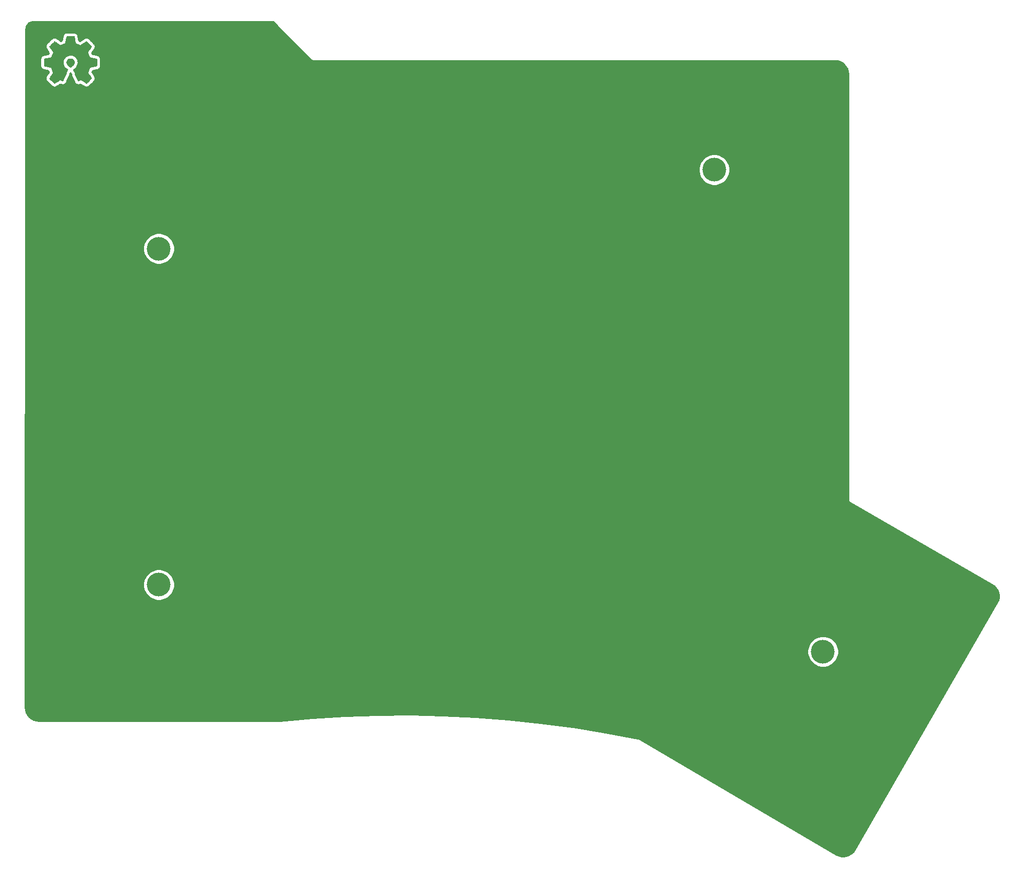
<source format=gtl>
G04 #@! TF.GenerationSoftware,KiCad,Pcbnew,(5.1.5)-3*
G04 #@! TF.CreationDate,2020-05-15T01:32:17+04:00*
G04 #@! TF.ProjectId,redox_rev2_ng-BOTTOM,7265646f-785f-4726-9576-325f6e672d42,2.0 NG*
G04 #@! TF.SameCoordinates,Original*
G04 #@! TF.FileFunction,Copper,L1,Top*
G04 #@! TF.FilePolarity,Positive*
%FSLAX46Y46*%
G04 Gerber Fmt 4.6, Leading zero omitted, Abs format (unit mm)*
G04 Created by KiCad (PCBNEW (5.1.5)-3) date 2020-05-15 01:32:17*
%MOMM*%
%LPD*%
G04 APERTURE LIST*
%ADD10C,0.010000*%
%ADD11C,4.000000*%
%ADD12C,0.254000*%
G04 APERTURE END LIST*
D10*
G36*
X88046536Y-39750427D02*
G01*
X88159118Y-40347618D01*
X88574531Y-40518865D01*
X88989945Y-40690112D01*
X89488302Y-40351233D01*
X89627869Y-40256877D01*
X89754029Y-40172630D01*
X89860896Y-40102338D01*
X89942583Y-40049847D01*
X89993202Y-40019004D01*
X90006987Y-40012353D01*
X90031821Y-40029458D01*
X90084889Y-40076744D01*
X90160241Y-40148172D01*
X90251930Y-40237700D01*
X90354008Y-40339289D01*
X90460527Y-40446898D01*
X90565537Y-40554487D01*
X90663092Y-40656015D01*
X90747243Y-40745441D01*
X90812041Y-40816726D01*
X90851538Y-40863828D01*
X90860981Y-40879592D01*
X90847392Y-40908653D01*
X90809294Y-40972321D01*
X90750694Y-41064367D01*
X90675598Y-41178564D01*
X90588009Y-41308684D01*
X90537255Y-41382901D01*
X90444746Y-41518422D01*
X90362541Y-41640716D01*
X90294631Y-41743695D01*
X90245001Y-41821273D01*
X90217641Y-41867361D01*
X90213530Y-41877047D01*
X90222850Y-41904574D01*
X90248255Y-41968728D01*
X90285912Y-42060490D01*
X90331987Y-42170839D01*
X90382647Y-42290755D01*
X90434060Y-42411219D01*
X90482390Y-42523209D01*
X90523807Y-42617707D01*
X90554475Y-42685692D01*
X90570562Y-42718143D01*
X90571512Y-42719420D01*
X90596773Y-42725617D01*
X90664046Y-42739440D01*
X90766361Y-42759532D01*
X90896742Y-42784534D01*
X91048217Y-42813086D01*
X91136594Y-42829551D01*
X91298453Y-42860369D01*
X91444650Y-42889694D01*
X91567788Y-42915921D01*
X91660470Y-42937446D01*
X91715302Y-42952665D01*
X91726324Y-42957493D01*
X91737119Y-42990174D01*
X91745830Y-43063985D01*
X91752461Y-43170292D01*
X91757019Y-43300467D01*
X91759510Y-43445876D01*
X91759939Y-43597890D01*
X91758312Y-43747877D01*
X91754636Y-43887206D01*
X91748916Y-44007245D01*
X91741158Y-44099365D01*
X91731369Y-44154932D01*
X91725497Y-44166500D01*
X91690400Y-44180365D01*
X91616029Y-44200188D01*
X91512224Y-44223639D01*
X91388820Y-44248391D01*
X91345742Y-44256398D01*
X91138048Y-44294441D01*
X90973985Y-44325079D01*
X90848131Y-44349529D01*
X90755066Y-44369009D01*
X90689368Y-44384736D01*
X90645618Y-44397928D01*
X90618393Y-44409804D01*
X90602273Y-44421580D01*
X90600018Y-44423908D01*
X90577504Y-44461400D01*
X90543159Y-44534365D01*
X90500412Y-44633867D01*
X90452693Y-44750973D01*
X90403431Y-44876748D01*
X90356056Y-45002257D01*
X90313996Y-45118565D01*
X90280681Y-45216739D01*
X90259542Y-45287843D01*
X90254006Y-45322942D01*
X90254467Y-45324172D01*
X90273224Y-45352861D01*
X90315777Y-45415985D01*
X90377654Y-45506973D01*
X90454383Y-45619255D01*
X90541492Y-45746260D01*
X90566299Y-45782353D01*
X90654753Y-45913203D01*
X90732589Y-46032591D01*
X90795567Y-46133662D01*
X90839446Y-46209559D01*
X90859986Y-46253427D01*
X90860981Y-46258817D01*
X90843723Y-46287144D01*
X90796036Y-46343261D01*
X90724051Y-46421137D01*
X90633898Y-46514740D01*
X90531706Y-46618041D01*
X90423606Y-46725006D01*
X90315729Y-46829606D01*
X90214205Y-46925809D01*
X90125163Y-47007584D01*
X90054734Y-47068900D01*
X90009048Y-47103726D01*
X89996410Y-47109412D01*
X89966992Y-47096020D01*
X89906762Y-47059899D01*
X89825530Y-47007136D01*
X89763031Y-46964667D01*
X89649786Y-46886740D01*
X89515675Y-46794984D01*
X89381156Y-46703375D01*
X89308834Y-46654346D01*
X89064039Y-46488770D01*
X88858551Y-46599875D01*
X88764937Y-46648548D01*
X88685331Y-46686381D01*
X88631468Y-46707958D01*
X88617758Y-46710961D01*
X88601271Y-46688793D01*
X88568746Y-46626149D01*
X88522609Y-46528809D01*
X88465291Y-46402549D01*
X88399217Y-46253150D01*
X88326816Y-46086388D01*
X88250517Y-45908042D01*
X88172747Y-45723891D01*
X88095935Y-45539712D01*
X88022507Y-45361285D01*
X87954893Y-45194387D01*
X87895521Y-45044797D01*
X87846817Y-44918293D01*
X87811211Y-44820654D01*
X87791131Y-44757657D01*
X87787901Y-44736021D01*
X87813497Y-44708424D01*
X87869539Y-44663625D01*
X87944312Y-44610934D01*
X87950588Y-44606765D01*
X88143846Y-44452069D01*
X88299675Y-44271591D01*
X88416725Y-44071102D01*
X88493646Y-43856374D01*
X88529087Y-43633177D01*
X88521698Y-43407281D01*
X88470128Y-43184459D01*
X88373027Y-42970479D01*
X88344459Y-42923664D01*
X88195869Y-42734618D01*
X88020328Y-42582812D01*
X87823911Y-42469034D01*
X87612694Y-42394075D01*
X87392754Y-42358722D01*
X87170164Y-42363767D01*
X86951002Y-42409999D01*
X86741343Y-42498206D01*
X86547262Y-42629179D01*
X86487227Y-42682337D01*
X86334436Y-42848739D01*
X86223098Y-43023912D01*
X86146724Y-43220266D01*
X86104188Y-43414717D01*
X86093687Y-43633342D01*
X86128701Y-43853052D01*
X86205674Y-44066420D01*
X86321048Y-44266022D01*
X86471266Y-44444429D01*
X86652774Y-44594217D01*
X86676628Y-44610006D01*
X86752202Y-44661712D01*
X86809652Y-44706512D01*
X86837118Y-44735117D01*
X86837518Y-44736021D01*
X86831621Y-44766964D01*
X86808246Y-44837191D01*
X86769822Y-44940925D01*
X86718778Y-45072390D01*
X86657543Y-45225807D01*
X86588545Y-45395401D01*
X86514214Y-45575393D01*
X86436979Y-45760008D01*
X86359269Y-45943468D01*
X86283512Y-46119996D01*
X86212138Y-46283814D01*
X86147575Y-46429147D01*
X86092253Y-46550217D01*
X86048601Y-46641247D01*
X86019047Y-46696460D01*
X86007145Y-46710961D01*
X85970778Y-46699669D01*
X85902731Y-46669385D01*
X85814737Y-46625520D01*
X85766351Y-46599875D01*
X85560864Y-46488770D01*
X85316069Y-46654346D01*
X85191107Y-46739170D01*
X85054296Y-46832516D01*
X84926089Y-46920408D01*
X84861872Y-46964667D01*
X84771552Y-47025318D01*
X84695072Y-47073381D01*
X84642408Y-47102770D01*
X84625303Y-47108982D01*
X84600406Y-47092223D01*
X84545306Y-47045436D01*
X84465344Y-46973480D01*
X84365861Y-46881212D01*
X84252201Y-46773490D01*
X84180316Y-46704326D01*
X84054552Y-46580757D01*
X83945864Y-46470234D01*
X83858646Y-46377485D01*
X83797290Y-46307237D01*
X83766192Y-46264220D01*
X83763209Y-46255490D01*
X83777054Y-46222284D01*
X83815313Y-46155142D01*
X83873742Y-46060863D01*
X83948098Y-45946245D01*
X84034136Y-45818083D01*
X84058603Y-45782353D01*
X84147755Y-45652489D01*
X84227739Y-45535569D01*
X84294081Y-45438162D01*
X84342312Y-45366839D01*
X84367958Y-45328170D01*
X84370436Y-45324172D01*
X84366730Y-45293355D01*
X84347062Y-45225599D01*
X84314861Y-45129839D01*
X84273556Y-45015009D01*
X84226576Y-44890044D01*
X84177350Y-44763879D01*
X84129309Y-44645448D01*
X84085882Y-44543685D01*
X84050497Y-44467526D01*
X84026585Y-44425904D01*
X84024885Y-44423908D01*
X84010263Y-44412013D01*
X83985566Y-44400250D01*
X83945373Y-44387401D01*
X83884264Y-44372249D01*
X83796818Y-44353576D01*
X83677613Y-44330165D01*
X83521228Y-44300797D01*
X83322244Y-44264255D01*
X83279161Y-44256398D01*
X83151471Y-44231727D01*
X83040154Y-44207593D01*
X82955046Y-44186324D01*
X82905984Y-44170248D01*
X82899406Y-44166500D01*
X82888565Y-44133273D01*
X82879754Y-44059021D01*
X82872977Y-43952376D01*
X82868241Y-43821967D01*
X82865551Y-43676427D01*
X82864914Y-43524386D01*
X82866335Y-43374476D01*
X82869821Y-43235328D01*
X82875377Y-43115572D01*
X82883009Y-43023841D01*
X82892723Y-42968766D01*
X82898579Y-42957493D01*
X82931181Y-42946123D01*
X83005419Y-42927624D01*
X83113897Y-42903602D01*
X83249218Y-42875662D01*
X83403986Y-42845408D01*
X83488308Y-42829551D01*
X83648297Y-42799644D01*
X83790968Y-42772550D01*
X83909349Y-42749631D01*
X83996466Y-42732243D01*
X84045346Y-42721747D01*
X84053391Y-42719420D01*
X84066988Y-42693186D01*
X84095730Y-42629995D01*
X84135786Y-42538877D01*
X84183325Y-42428857D01*
X84234516Y-42308965D01*
X84285527Y-42188227D01*
X84332527Y-42075671D01*
X84371685Y-41980326D01*
X84399170Y-41911217D01*
X84411150Y-41877374D01*
X84411373Y-41875895D01*
X84397792Y-41849197D01*
X84359716Y-41787760D01*
X84301148Y-41697689D01*
X84226089Y-41585090D01*
X84138541Y-41456070D01*
X84087648Y-41381961D01*
X83994910Y-41246077D01*
X83912542Y-41122709D01*
X83844562Y-41018097D01*
X83794989Y-40938483D01*
X83767843Y-40890107D01*
X83763922Y-40879262D01*
X83780776Y-40854020D01*
X83827369Y-40800124D01*
X83897749Y-40723613D01*
X83985966Y-40630523D01*
X84086066Y-40526895D01*
X84192099Y-40418764D01*
X84298112Y-40312170D01*
X84398153Y-40213150D01*
X84486271Y-40127742D01*
X84556514Y-40061985D01*
X84602929Y-40021916D01*
X84618457Y-40012353D01*
X84643740Y-40025800D01*
X84704212Y-40063575D01*
X84793993Y-40121835D01*
X84907204Y-40196734D01*
X85037964Y-40284425D01*
X85136600Y-40351233D01*
X85634958Y-40690112D01*
X86050371Y-40518865D01*
X86465785Y-40347618D01*
X86578367Y-39750427D01*
X86690950Y-39153235D01*
X87933953Y-39153235D01*
X88046536Y-39750427D01*
G37*
X88046536Y-39750427D02*
X88159118Y-40347618D01*
X88574531Y-40518865D01*
X88989945Y-40690112D01*
X89488302Y-40351233D01*
X89627869Y-40256877D01*
X89754029Y-40172630D01*
X89860896Y-40102338D01*
X89942583Y-40049847D01*
X89993202Y-40019004D01*
X90006987Y-40012353D01*
X90031821Y-40029458D01*
X90084889Y-40076744D01*
X90160241Y-40148172D01*
X90251930Y-40237700D01*
X90354008Y-40339289D01*
X90460527Y-40446898D01*
X90565537Y-40554487D01*
X90663092Y-40656015D01*
X90747243Y-40745441D01*
X90812041Y-40816726D01*
X90851538Y-40863828D01*
X90860981Y-40879592D01*
X90847392Y-40908653D01*
X90809294Y-40972321D01*
X90750694Y-41064367D01*
X90675598Y-41178564D01*
X90588009Y-41308684D01*
X90537255Y-41382901D01*
X90444746Y-41518422D01*
X90362541Y-41640716D01*
X90294631Y-41743695D01*
X90245001Y-41821273D01*
X90217641Y-41867361D01*
X90213530Y-41877047D01*
X90222850Y-41904574D01*
X90248255Y-41968728D01*
X90285912Y-42060490D01*
X90331987Y-42170839D01*
X90382647Y-42290755D01*
X90434060Y-42411219D01*
X90482390Y-42523209D01*
X90523807Y-42617707D01*
X90554475Y-42685692D01*
X90570562Y-42718143D01*
X90571512Y-42719420D01*
X90596773Y-42725617D01*
X90664046Y-42739440D01*
X90766361Y-42759532D01*
X90896742Y-42784534D01*
X91048217Y-42813086D01*
X91136594Y-42829551D01*
X91298453Y-42860369D01*
X91444650Y-42889694D01*
X91567788Y-42915921D01*
X91660470Y-42937446D01*
X91715302Y-42952665D01*
X91726324Y-42957493D01*
X91737119Y-42990174D01*
X91745830Y-43063985D01*
X91752461Y-43170292D01*
X91757019Y-43300467D01*
X91759510Y-43445876D01*
X91759939Y-43597890D01*
X91758312Y-43747877D01*
X91754636Y-43887206D01*
X91748916Y-44007245D01*
X91741158Y-44099365D01*
X91731369Y-44154932D01*
X91725497Y-44166500D01*
X91690400Y-44180365D01*
X91616029Y-44200188D01*
X91512224Y-44223639D01*
X91388820Y-44248391D01*
X91345742Y-44256398D01*
X91138048Y-44294441D01*
X90973985Y-44325079D01*
X90848131Y-44349529D01*
X90755066Y-44369009D01*
X90689368Y-44384736D01*
X90645618Y-44397928D01*
X90618393Y-44409804D01*
X90602273Y-44421580D01*
X90600018Y-44423908D01*
X90577504Y-44461400D01*
X90543159Y-44534365D01*
X90500412Y-44633867D01*
X90452693Y-44750973D01*
X90403431Y-44876748D01*
X90356056Y-45002257D01*
X90313996Y-45118565D01*
X90280681Y-45216739D01*
X90259542Y-45287843D01*
X90254006Y-45322942D01*
X90254467Y-45324172D01*
X90273224Y-45352861D01*
X90315777Y-45415985D01*
X90377654Y-45506973D01*
X90454383Y-45619255D01*
X90541492Y-45746260D01*
X90566299Y-45782353D01*
X90654753Y-45913203D01*
X90732589Y-46032591D01*
X90795567Y-46133662D01*
X90839446Y-46209559D01*
X90859986Y-46253427D01*
X90860981Y-46258817D01*
X90843723Y-46287144D01*
X90796036Y-46343261D01*
X90724051Y-46421137D01*
X90633898Y-46514740D01*
X90531706Y-46618041D01*
X90423606Y-46725006D01*
X90315729Y-46829606D01*
X90214205Y-46925809D01*
X90125163Y-47007584D01*
X90054734Y-47068900D01*
X90009048Y-47103726D01*
X89996410Y-47109412D01*
X89966992Y-47096020D01*
X89906762Y-47059899D01*
X89825530Y-47007136D01*
X89763031Y-46964667D01*
X89649786Y-46886740D01*
X89515675Y-46794984D01*
X89381156Y-46703375D01*
X89308834Y-46654346D01*
X89064039Y-46488770D01*
X88858551Y-46599875D01*
X88764937Y-46648548D01*
X88685331Y-46686381D01*
X88631468Y-46707958D01*
X88617758Y-46710961D01*
X88601271Y-46688793D01*
X88568746Y-46626149D01*
X88522609Y-46528809D01*
X88465291Y-46402549D01*
X88399217Y-46253150D01*
X88326816Y-46086388D01*
X88250517Y-45908042D01*
X88172747Y-45723891D01*
X88095935Y-45539712D01*
X88022507Y-45361285D01*
X87954893Y-45194387D01*
X87895521Y-45044797D01*
X87846817Y-44918293D01*
X87811211Y-44820654D01*
X87791131Y-44757657D01*
X87787901Y-44736021D01*
X87813497Y-44708424D01*
X87869539Y-44663625D01*
X87944312Y-44610934D01*
X87950588Y-44606765D01*
X88143846Y-44452069D01*
X88299675Y-44271591D01*
X88416725Y-44071102D01*
X88493646Y-43856374D01*
X88529087Y-43633177D01*
X88521698Y-43407281D01*
X88470128Y-43184459D01*
X88373027Y-42970479D01*
X88344459Y-42923664D01*
X88195869Y-42734618D01*
X88020328Y-42582812D01*
X87823911Y-42469034D01*
X87612694Y-42394075D01*
X87392754Y-42358722D01*
X87170164Y-42363767D01*
X86951002Y-42409999D01*
X86741343Y-42498206D01*
X86547262Y-42629179D01*
X86487227Y-42682337D01*
X86334436Y-42848739D01*
X86223098Y-43023912D01*
X86146724Y-43220266D01*
X86104188Y-43414717D01*
X86093687Y-43633342D01*
X86128701Y-43853052D01*
X86205674Y-44066420D01*
X86321048Y-44266022D01*
X86471266Y-44444429D01*
X86652774Y-44594217D01*
X86676628Y-44610006D01*
X86752202Y-44661712D01*
X86809652Y-44706512D01*
X86837118Y-44735117D01*
X86837518Y-44736021D01*
X86831621Y-44766964D01*
X86808246Y-44837191D01*
X86769822Y-44940925D01*
X86718778Y-45072390D01*
X86657543Y-45225807D01*
X86588545Y-45395401D01*
X86514214Y-45575393D01*
X86436979Y-45760008D01*
X86359269Y-45943468D01*
X86283512Y-46119996D01*
X86212138Y-46283814D01*
X86147575Y-46429147D01*
X86092253Y-46550217D01*
X86048601Y-46641247D01*
X86019047Y-46696460D01*
X86007145Y-46710961D01*
X85970778Y-46699669D01*
X85902731Y-46669385D01*
X85814737Y-46625520D01*
X85766351Y-46599875D01*
X85560864Y-46488770D01*
X85316069Y-46654346D01*
X85191107Y-46739170D01*
X85054296Y-46832516D01*
X84926089Y-46920408D01*
X84861872Y-46964667D01*
X84771552Y-47025318D01*
X84695072Y-47073381D01*
X84642408Y-47102770D01*
X84625303Y-47108982D01*
X84600406Y-47092223D01*
X84545306Y-47045436D01*
X84465344Y-46973480D01*
X84365861Y-46881212D01*
X84252201Y-46773490D01*
X84180316Y-46704326D01*
X84054552Y-46580757D01*
X83945864Y-46470234D01*
X83858646Y-46377485D01*
X83797290Y-46307237D01*
X83766192Y-46264220D01*
X83763209Y-46255490D01*
X83777054Y-46222284D01*
X83815313Y-46155142D01*
X83873742Y-46060863D01*
X83948098Y-45946245D01*
X84034136Y-45818083D01*
X84058603Y-45782353D01*
X84147755Y-45652489D01*
X84227739Y-45535569D01*
X84294081Y-45438162D01*
X84342312Y-45366839D01*
X84367958Y-45328170D01*
X84370436Y-45324172D01*
X84366730Y-45293355D01*
X84347062Y-45225599D01*
X84314861Y-45129839D01*
X84273556Y-45015009D01*
X84226576Y-44890044D01*
X84177350Y-44763879D01*
X84129309Y-44645448D01*
X84085882Y-44543685D01*
X84050497Y-44467526D01*
X84026585Y-44425904D01*
X84024885Y-44423908D01*
X84010263Y-44412013D01*
X83985566Y-44400250D01*
X83945373Y-44387401D01*
X83884264Y-44372249D01*
X83796818Y-44353576D01*
X83677613Y-44330165D01*
X83521228Y-44300797D01*
X83322244Y-44264255D01*
X83279161Y-44256398D01*
X83151471Y-44231727D01*
X83040154Y-44207593D01*
X82955046Y-44186324D01*
X82905984Y-44170248D01*
X82899406Y-44166500D01*
X82888565Y-44133273D01*
X82879754Y-44059021D01*
X82872977Y-43952376D01*
X82868241Y-43821967D01*
X82865551Y-43676427D01*
X82864914Y-43524386D01*
X82866335Y-43374476D01*
X82869821Y-43235328D01*
X82875377Y-43115572D01*
X82883009Y-43023841D01*
X82892723Y-42968766D01*
X82898579Y-42957493D01*
X82931181Y-42946123D01*
X83005419Y-42927624D01*
X83113897Y-42903602D01*
X83249218Y-42875662D01*
X83403986Y-42845408D01*
X83488308Y-42829551D01*
X83648297Y-42799644D01*
X83790968Y-42772550D01*
X83909349Y-42749631D01*
X83996466Y-42732243D01*
X84045346Y-42721747D01*
X84053391Y-42719420D01*
X84066988Y-42693186D01*
X84095730Y-42629995D01*
X84135786Y-42538877D01*
X84183325Y-42428857D01*
X84234516Y-42308965D01*
X84285527Y-42188227D01*
X84332527Y-42075671D01*
X84371685Y-41980326D01*
X84399170Y-41911217D01*
X84411150Y-41877374D01*
X84411373Y-41875895D01*
X84397792Y-41849197D01*
X84359716Y-41787760D01*
X84301148Y-41697689D01*
X84226089Y-41585090D01*
X84138541Y-41456070D01*
X84087648Y-41381961D01*
X83994910Y-41246077D01*
X83912542Y-41122709D01*
X83844562Y-41018097D01*
X83794989Y-40938483D01*
X83767843Y-40890107D01*
X83763922Y-40879262D01*
X83780776Y-40854020D01*
X83827369Y-40800124D01*
X83897749Y-40723613D01*
X83985966Y-40630523D01*
X84086066Y-40526895D01*
X84192099Y-40418764D01*
X84298112Y-40312170D01*
X84398153Y-40213150D01*
X84486271Y-40127742D01*
X84556514Y-40061985D01*
X84602929Y-40021916D01*
X84618457Y-40012353D01*
X84643740Y-40025800D01*
X84704212Y-40063575D01*
X84793993Y-40121835D01*
X84907204Y-40196734D01*
X85037964Y-40284425D01*
X85136600Y-40351233D01*
X85634958Y-40690112D01*
X86050371Y-40518865D01*
X86465785Y-40347618D01*
X86578367Y-39750427D01*
X86690950Y-39153235D01*
X87933953Y-39153235D01*
X88046536Y-39750427D01*
D11*
X195900000Y-61700000D03*
X214250000Y-143000000D03*
X102235000Y-131725000D03*
X102235000Y-75000000D03*
D12*
G36*
X127789911Y-43058225D02*
G01*
X127813289Y-43086711D01*
X127863055Y-43127553D01*
X127912525Y-43168892D01*
X127915216Y-43170361D01*
X127917593Y-43172312D01*
X127974465Y-43202710D01*
X128030956Y-43233554D01*
X128033885Y-43234471D01*
X128036594Y-43235919D01*
X128098238Y-43254619D01*
X128159726Y-43273869D01*
X128162781Y-43274197D01*
X128165717Y-43275088D01*
X128229859Y-43281406D01*
X128293886Y-43288286D01*
X128330590Y-43285000D01*
X216265898Y-43285000D01*
X216731407Y-43331460D01*
X217147384Y-43457840D01*
X217530891Y-43662610D01*
X217867321Y-43937971D01*
X218143858Y-44273432D01*
X218349970Y-44656216D01*
X218477810Y-45071752D01*
X218525452Y-45532742D01*
X218525310Y-45548125D01*
X218525000Y-45551271D01*
X218525001Y-117304428D01*
X218523256Y-117361371D01*
X218530569Y-117405093D01*
X218534913Y-117449200D01*
X218541673Y-117471486D01*
X218545515Y-117494455D01*
X218561216Y-117535909D01*
X218574082Y-117578323D01*
X218585058Y-117598857D01*
X218593308Y-117620640D01*
X218616797Y-117658238D01*
X218637689Y-117697324D01*
X218652461Y-117715324D01*
X218664802Y-117735077D01*
X218695174Y-117767369D01*
X218723290Y-117801628D01*
X218741290Y-117816401D01*
X218757247Y-117833366D01*
X218793326Y-117859106D01*
X218827594Y-117887229D01*
X218877844Y-117914088D01*
X242776813Y-131645597D01*
X243163164Y-131920854D01*
X243461448Y-132237032D01*
X243692637Y-132605124D01*
X243847928Y-133011112D01*
X243921403Y-133439528D01*
X243910266Y-133874053D01*
X243814940Y-134298149D01*
X243627254Y-134722324D01*
X243624205Y-134727559D01*
X243623284Y-134728846D01*
X219625630Y-176374776D01*
X219339366Y-176774626D01*
X219010481Y-177083470D01*
X218627869Y-177322553D01*
X218206103Y-177482766D01*
X217761257Y-177558007D01*
X217310263Y-177545409D01*
X216870308Y-177445454D01*
X216430171Y-177249493D01*
X183268307Y-157742516D01*
X183176540Y-157700035D01*
X183045385Y-157668328D01*
X183033314Y-157667835D01*
X182960075Y-157652821D01*
X182959970Y-157652801D01*
X182959856Y-157652776D01*
X182950473Y-157650924D01*
X177550098Y-156624050D01*
X177545385Y-156623222D01*
X177540690Y-156622329D01*
X177531259Y-156620739D01*
X172104316Y-155745053D01*
X172099550Y-155744352D01*
X172094864Y-155743596D01*
X172085392Y-155742270D01*
X166636115Y-155018454D01*
X166631342Y-155017888D01*
X166626625Y-155017261D01*
X166617120Y-155016200D01*
X161149758Y-154444820D01*
X161144958Y-154444386D01*
X161140239Y-154443893D01*
X161130708Y-154443098D01*
X155649524Y-154024597D01*
X155644710Y-154024297D01*
X155639982Y-154023936D01*
X155630441Y-154023407D01*
X155630430Y-154023407D01*
X150139700Y-153758114D01*
X150134867Y-153757948D01*
X150130144Y-153757720D01*
X150120584Y-153757458D01*
X144624583Y-153645578D01*
X144619819Y-153645548D01*
X144615020Y-153645450D01*
X144605456Y-153645456D01*
X139108475Y-153687078D01*
X139103694Y-153687181D01*
X139098912Y-153687217D01*
X139089494Y-153687486D01*
X139089352Y-153687489D01*
X139089281Y-153687493D01*
X133595677Y-153882579D01*
X133590903Y-153882815D01*
X133586121Y-153882985D01*
X133576572Y-153883524D01*
X128090487Y-154231930D01*
X128085705Y-154232301D01*
X128080946Y-154232603D01*
X128071416Y-154233409D01*
X122628509Y-154731992D01*
X82033648Y-154715014D01*
X81550984Y-154667688D01*
X81119073Y-154537287D01*
X80720720Y-154325480D01*
X80371086Y-154040325D01*
X80083503Y-153692697D01*
X79868915Y-153295825D01*
X79735500Y-152864834D01*
X79685013Y-152384474D01*
X79693441Y-142740475D01*
X211615000Y-142740475D01*
X211615000Y-143259525D01*
X211716261Y-143768601D01*
X211914893Y-144248141D01*
X212203262Y-144679715D01*
X212570285Y-145046738D01*
X213001859Y-145335107D01*
X213481399Y-145533739D01*
X213990475Y-145635000D01*
X214509525Y-145635000D01*
X215018601Y-145533739D01*
X215498141Y-145335107D01*
X215929715Y-145046738D01*
X216296738Y-144679715D01*
X216585107Y-144248141D01*
X216783739Y-143768601D01*
X216885000Y-143259525D01*
X216885000Y-142740475D01*
X216783739Y-142231399D01*
X216585107Y-141751859D01*
X216296738Y-141320285D01*
X215929715Y-140953262D01*
X215498141Y-140664893D01*
X215018601Y-140466261D01*
X214509525Y-140365000D01*
X213990475Y-140365000D01*
X213481399Y-140466261D01*
X213001859Y-140664893D01*
X212570285Y-140953262D01*
X212203262Y-141320285D01*
X211914893Y-141751859D01*
X211716261Y-142231399D01*
X211615000Y-142740475D01*
X79693441Y-142740475D01*
X79703296Y-131465475D01*
X99600000Y-131465475D01*
X99600000Y-131984525D01*
X99701261Y-132493601D01*
X99899893Y-132973141D01*
X100188262Y-133404715D01*
X100555285Y-133771738D01*
X100986859Y-134060107D01*
X101466399Y-134258739D01*
X101975475Y-134360000D01*
X102494525Y-134360000D01*
X103003601Y-134258739D01*
X103483141Y-134060107D01*
X103914715Y-133771738D01*
X104281738Y-133404715D01*
X104570107Y-132973141D01*
X104768739Y-132493601D01*
X104870000Y-131984525D01*
X104870000Y-131465475D01*
X104768739Y-130956399D01*
X104570107Y-130476859D01*
X104281738Y-130045285D01*
X103914715Y-129678262D01*
X103483141Y-129389893D01*
X103003601Y-129191261D01*
X102494525Y-129090000D01*
X101975475Y-129090000D01*
X101466399Y-129191261D01*
X100986859Y-129389893D01*
X100555285Y-129678262D01*
X100188262Y-130045285D01*
X99899893Y-130476859D01*
X99701261Y-130956399D01*
X99600000Y-131465475D01*
X79703296Y-131465475D01*
X79752874Y-74740475D01*
X99600000Y-74740475D01*
X99600000Y-75259525D01*
X99701261Y-75768601D01*
X99899893Y-76248141D01*
X100188262Y-76679715D01*
X100555285Y-77046738D01*
X100986859Y-77335107D01*
X101466399Y-77533739D01*
X101975475Y-77635000D01*
X102494525Y-77635000D01*
X103003601Y-77533739D01*
X103483141Y-77335107D01*
X103914715Y-77046738D01*
X104281738Y-76679715D01*
X104570107Y-76248141D01*
X104768739Y-75768601D01*
X104870000Y-75259525D01*
X104870000Y-74740475D01*
X104768739Y-74231399D01*
X104570107Y-73751859D01*
X104281738Y-73320285D01*
X103914715Y-72953262D01*
X103483141Y-72664893D01*
X103003601Y-72466261D01*
X102494525Y-72365000D01*
X101975475Y-72365000D01*
X101466399Y-72466261D01*
X100986859Y-72664893D01*
X100555285Y-72953262D01*
X100188262Y-73320285D01*
X99899893Y-73751859D01*
X99701261Y-74231399D01*
X99600000Y-74740475D01*
X79752874Y-74740475D01*
X79764498Y-61440475D01*
X193265000Y-61440475D01*
X193265000Y-61959525D01*
X193366261Y-62468601D01*
X193564893Y-62948141D01*
X193853262Y-63379715D01*
X194220285Y-63746738D01*
X194651859Y-64035107D01*
X195131399Y-64233739D01*
X195640475Y-64335000D01*
X196159525Y-64335000D01*
X196668601Y-64233739D01*
X197148141Y-64035107D01*
X197579715Y-63746738D01*
X197946738Y-63379715D01*
X198235107Y-62948141D01*
X198433739Y-62468601D01*
X198535000Y-61959525D01*
X198535000Y-61440475D01*
X198433739Y-60931399D01*
X198235107Y-60451859D01*
X197946738Y-60020285D01*
X197579715Y-59653262D01*
X197148141Y-59364893D01*
X196668601Y-59166261D01*
X196159525Y-59065000D01*
X195640475Y-59065000D01*
X195131399Y-59166261D01*
X194651859Y-59364893D01*
X194220285Y-59653262D01*
X193853262Y-60020285D01*
X193564893Y-60451859D01*
X193366261Y-60931399D01*
X193265000Y-61440475D01*
X79764498Y-61440475D01*
X79780155Y-43527067D01*
X82224920Y-43527067D01*
X82225557Y-43679108D01*
X82225567Y-43679208D01*
X82225557Y-43679318D01*
X82225660Y-43688254D01*
X82228350Y-43833794D01*
X82228494Y-43835024D01*
X82228400Y-43836262D01*
X82228663Y-43845194D01*
X82233399Y-43975603D01*
X82233966Y-43979805D01*
X82233761Y-43984042D01*
X82234265Y-43992964D01*
X82241042Y-44099609D01*
X82243137Y-44112495D01*
X82243221Y-44125555D01*
X82244213Y-44134437D01*
X82253024Y-44208689D01*
X82265571Y-44265910D01*
X82277418Y-44323273D01*
X82279760Y-44330622D01*
X82279776Y-44330696D01*
X82279803Y-44330759D01*
X82280131Y-44331787D01*
X82290972Y-44365014D01*
X82308578Y-44405179D01*
X82323818Y-44446319D01*
X82333605Y-44462274D01*
X82341118Y-44479413D01*
X82366190Y-44515393D01*
X82389130Y-44552789D01*
X82401832Y-44566541D01*
X82412529Y-44581892D01*
X82444122Y-44612328D01*
X82473880Y-44644545D01*
X82489000Y-44655560D01*
X82502484Y-44668550D01*
X82539393Y-44692272D01*
X82574836Y-44718093D01*
X82582569Y-44722571D01*
X82589147Y-44726319D01*
X82599704Y-44731036D01*
X82607559Y-44736084D01*
X82637015Y-44747704D01*
X82643785Y-44750729D01*
X82698230Y-44775590D01*
X82703049Y-44777206D01*
X82703190Y-44777269D01*
X82703337Y-44777303D01*
X82706702Y-44778431D01*
X82755765Y-44794507D01*
X82773854Y-44798531D01*
X82791224Y-44805002D01*
X82799878Y-44807229D01*
X82884986Y-44828498D01*
X82890523Y-44829319D01*
X82895830Y-44831108D01*
X82904550Y-44833062D01*
X83015867Y-44857196D01*
X83018634Y-44857518D01*
X83021300Y-44858350D01*
X83030062Y-44860106D01*
X83157752Y-44884777D01*
X83157878Y-44884789D01*
X83164339Y-44886014D01*
X83207024Y-44893798D01*
X83404383Y-44930042D01*
X83556957Y-44958694D01*
X83566483Y-44960565D01*
X83582701Y-45000545D01*
X83628916Y-45118993D01*
X83667351Y-45221229D01*
X83619674Y-45290922D01*
X83530971Y-45420132D01*
X83530950Y-45420171D01*
X83530545Y-45420753D01*
X83506078Y-45456482D01*
X83506007Y-45456611D01*
X83502768Y-45461364D01*
X83416730Y-45589526D01*
X83416460Y-45590028D01*
X83416098Y-45590469D01*
X83411182Y-45597932D01*
X83336826Y-45712550D01*
X83335834Y-45714466D01*
X83334503Y-45716158D01*
X83329743Y-45723721D01*
X83271313Y-45818001D01*
X83268065Y-45824605D01*
X83263731Y-45830554D01*
X83259253Y-45838287D01*
X83220994Y-45905429D01*
X83206766Y-45937272D01*
X83189839Y-45967767D01*
X83186343Y-45975991D01*
X83172498Y-46009197D01*
X83160886Y-46047098D01*
X83146590Y-46084081D01*
X83142631Y-46106684D01*
X83135909Y-46128624D01*
X83131881Y-46168053D01*
X83125039Y-46207114D01*
X83125546Y-46230065D01*
X83123215Y-46252884D01*
X83126922Y-46292352D01*
X83127798Y-46331990D01*
X83132750Y-46354391D01*
X83134896Y-46377242D01*
X83140867Y-46397313D01*
X83141761Y-46404530D01*
X83148034Y-46423536D01*
X83154757Y-46453952D01*
X83157588Y-46462428D01*
X83160571Y-46471158D01*
X83167109Y-46485528D01*
X83170511Y-46496963D01*
X83175218Y-46505903D01*
X83180908Y-46523144D01*
X83197950Y-46553311D01*
X83212300Y-46584849D01*
X83228593Y-46607553D01*
X83242345Y-46631895D01*
X83247530Y-46639173D01*
X83278628Y-46682190D01*
X83295185Y-46700928D01*
X83309432Y-46721477D01*
X83315264Y-46728248D01*
X83376619Y-46798496D01*
X83381945Y-46803509D01*
X83386333Y-46809366D01*
X83392409Y-46815918D01*
X83479627Y-46908667D01*
X83481656Y-46910441D01*
X83483322Y-46912564D01*
X83489543Y-46918978D01*
X83598231Y-47029501D01*
X83599020Y-47030160D01*
X83599674Y-47030965D01*
X83606005Y-47037272D01*
X83731769Y-47160841D01*
X83731866Y-47160919D01*
X83736580Y-47165519D01*
X83808465Y-47234683D01*
X83808589Y-47234781D01*
X83811949Y-47238010D01*
X83925609Y-47345732D01*
X83925705Y-47345806D01*
X83930649Y-47350456D01*
X84030131Y-47442724D01*
X84030407Y-47442934D01*
X84030638Y-47443194D01*
X84037239Y-47449217D01*
X84117201Y-47521173D01*
X84121023Y-47523989D01*
X84124286Y-47527456D01*
X84131058Y-47533287D01*
X84186157Y-47580074D01*
X84211836Y-47597879D01*
X84235646Y-47618104D01*
X84243025Y-47623145D01*
X84267921Y-47639904D01*
X84288322Y-47650910D01*
X84288804Y-47651244D01*
X84289518Y-47651555D01*
X84308717Y-47661912D01*
X84348359Y-47685959D01*
X84363591Y-47691515D01*
X84377851Y-47699208D01*
X84422132Y-47712869D01*
X84465703Y-47728763D01*
X84481725Y-47731255D01*
X84497206Y-47736031D01*
X84543306Y-47740833D01*
X84589125Y-47747959D01*
X84605318Y-47747292D01*
X84621440Y-47748971D01*
X84667615Y-47744724D01*
X84713925Y-47742816D01*
X84729679Y-47739017D01*
X84745822Y-47737532D01*
X84790277Y-47724402D01*
X84835350Y-47713532D01*
X84843770Y-47710540D01*
X84860875Y-47704328D01*
X84865123Y-47702297D01*
X84865612Y-47702152D01*
X84867569Y-47701127D01*
X84903179Y-47684096D01*
X84946450Y-47665939D01*
X84954283Y-47661638D01*
X85006947Y-47632250D01*
X85016995Y-47625275D01*
X85028011Y-47619963D01*
X85035610Y-47615261D01*
X85112091Y-47567198D01*
X85116239Y-47563987D01*
X85120887Y-47561569D01*
X85128341Y-47556639D01*
X85218661Y-47495988D01*
X85218720Y-47495939D01*
X85225062Y-47491633D01*
X85288580Y-47447856D01*
X85415745Y-47360678D01*
X85551061Y-47268352D01*
X85601313Y-47234241D01*
X85617202Y-47242162D01*
X85626127Y-47245569D01*
X85634370Y-47250404D01*
X85642509Y-47254094D01*
X85710556Y-47284378D01*
X85742064Y-47294854D01*
X85772480Y-47308174D01*
X85780995Y-47310883D01*
X85817363Y-47322175D01*
X85877710Y-47334617D01*
X85938268Y-47347244D01*
X85938989Y-47347251D01*
X85939696Y-47347397D01*
X86001290Y-47347880D01*
X86063168Y-47348505D01*
X86063881Y-47348371D01*
X86064598Y-47348377D01*
X86125244Y-47336863D01*
X86185934Y-47325481D01*
X86186601Y-47325214D01*
X86187312Y-47325079D01*
X86244566Y-47302004D01*
X86301890Y-47279051D01*
X86302497Y-47278656D01*
X86303163Y-47278388D01*
X86354825Y-47244645D01*
X86406619Y-47210981D01*
X86407134Y-47210480D01*
X86407740Y-47210084D01*
X86451959Y-47166857D01*
X86496132Y-47123868D01*
X86496998Y-47122828D01*
X86497057Y-47122770D01*
X86497109Y-47122695D01*
X86501849Y-47117000D01*
X86513751Y-47102499D01*
X86546051Y-47054210D01*
X86579026Y-47006337D01*
X86583191Y-46998684D01*
X86583196Y-46998677D01*
X86583199Y-46998670D01*
X86583298Y-46998488D01*
X86612852Y-46943275D01*
X86616591Y-46934274D01*
X86621761Y-46926007D01*
X86625681Y-46917976D01*
X86669332Y-46826947D01*
X86669832Y-46825574D01*
X86670591Y-46824309D01*
X86674361Y-46816207D01*
X86729683Y-46695136D01*
X86729721Y-46695025D01*
X86732458Y-46688977D01*
X86797021Y-46543644D01*
X86797069Y-46543498D01*
X86798868Y-46539447D01*
X86870242Y-46375629D01*
X86870288Y-46375486D01*
X86871642Y-46372392D01*
X86947399Y-46195864D01*
X86947442Y-46195729D01*
X86948582Y-46193089D01*
X87026292Y-46009629D01*
X87026334Y-46009496D01*
X87027393Y-46007012D01*
X87104628Y-45822397D01*
X87104667Y-45822270D01*
X87105757Y-45819682D01*
X87180088Y-45639690D01*
X87180131Y-45639548D01*
X87181361Y-45636584D01*
X87250359Y-45466990D01*
X87250404Y-45466840D01*
X87251944Y-45463057D01*
X87312623Y-45311033D01*
X87360034Y-45430486D01*
X87360105Y-45430623D01*
X87361721Y-45434694D01*
X87429335Y-45601592D01*
X87429406Y-45601727D01*
X87430664Y-45604846D01*
X87504092Y-45783273D01*
X87504156Y-45783394D01*
X87505246Y-45786059D01*
X87582058Y-45970238D01*
X87582123Y-45970359D01*
X87583167Y-45972880D01*
X87660937Y-46157031D01*
X87661003Y-46157152D01*
X87662103Y-46159774D01*
X87738402Y-46338120D01*
X87738472Y-46338248D01*
X87739757Y-46341264D01*
X87812158Y-46508026D01*
X87812235Y-46508164D01*
X87813905Y-46512013D01*
X87879979Y-46661412D01*
X87880045Y-46661529D01*
X87882530Y-46667104D01*
X87939848Y-46793364D01*
X87940249Y-46794058D01*
X87940511Y-46794821D01*
X87944282Y-46802923D01*
X87990419Y-46900263D01*
X87994108Y-46906412D01*
X87996680Y-46913099D01*
X88000742Y-46921059D01*
X88033267Y-46983702D01*
X88058826Y-47023002D01*
X88082446Y-47063522D01*
X88087730Y-47070729D01*
X88104217Y-47092897D01*
X88137661Y-47129730D01*
X88169613Y-47167870D01*
X88179578Y-47175895D01*
X88188182Y-47185371D01*
X88228144Y-47215007D01*
X88266895Y-47246214D01*
X88278234Y-47252153D01*
X88288510Y-47259774D01*
X88333463Y-47281082D01*
X88377542Y-47304170D01*
X88389815Y-47307793D01*
X88401379Y-47313274D01*
X88449628Y-47325447D01*
X88497338Y-47339530D01*
X88510079Y-47340700D01*
X88522490Y-47343831D01*
X88572192Y-47346401D01*
X88621721Y-47350948D01*
X88634445Y-47349621D01*
X88647229Y-47350282D01*
X88696466Y-47343152D01*
X88739908Y-47338621D01*
X88740739Y-47338560D01*
X88740886Y-47338519D01*
X88745953Y-47337991D01*
X88754695Y-47336140D01*
X88768405Y-47333137D01*
X88770646Y-47332411D01*
X88770845Y-47332382D01*
X88772081Y-47331946D01*
X88814477Y-47318207D01*
X88861142Y-47305327D01*
X88869460Y-47302062D01*
X88923323Y-47280485D01*
X88937180Y-47273293D01*
X88951949Y-47268202D01*
X88960047Y-47264422D01*
X89023625Y-47234206D01*
X89154795Y-47323535D01*
X89287620Y-47414411D01*
X89400228Y-47491900D01*
X89400366Y-47491976D01*
X89403328Y-47494019D01*
X89465827Y-47536488D01*
X89467755Y-47537539D01*
X89469453Y-47538934D01*
X89476913Y-47543854D01*
X89558145Y-47596617D01*
X89564379Y-47599849D01*
X89569967Y-47604114D01*
X89577599Y-47608763D01*
X89637829Y-47644884D01*
X89666494Y-47658465D01*
X89693720Y-47674745D01*
X89701827Y-47678504D01*
X89731245Y-47691896D01*
X89747667Y-47697511D01*
X89763134Y-47705384D01*
X89806651Y-47717679D01*
X89849434Y-47732307D01*
X89866632Y-47734625D01*
X89883335Y-47739344D01*
X89928419Y-47742953D01*
X89973220Y-47748991D01*
X89990538Y-47747925D01*
X90007843Y-47749310D01*
X90052754Y-47744095D01*
X90097890Y-47741316D01*
X90114682Y-47736903D01*
X90131916Y-47734902D01*
X90164102Y-47724554D01*
X90165156Y-47724396D01*
X90170060Y-47722638D01*
X90174959Y-47721063D01*
X90218695Y-47709570D01*
X90234300Y-47701985D01*
X90250827Y-47696671D01*
X90259001Y-47693061D01*
X90271639Y-47687375D01*
X90276964Y-47684323D01*
X90282738Y-47682253D01*
X90316541Y-47662008D01*
X90331033Y-47654964D01*
X90339946Y-47648218D01*
X90380002Y-47625255D01*
X90384625Y-47621233D01*
X90389896Y-47618076D01*
X90397040Y-47612708D01*
X90442726Y-47577882D01*
X90454722Y-47566728D01*
X90468194Y-47557419D01*
X90474975Y-47551598D01*
X90545403Y-47490283D01*
X90548178Y-47487344D01*
X90551444Y-47484957D01*
X90558067Y-47478959D01*
X90647109Y-47397184D01*
X90647463Y-47396788D01*
X90647886Y-47396469D01*
X90654416Y-47390368D01*
X90755940Y-47294164D01*
X90756003Y-47294091D01*
X90761245Y-47289079D01*
X90869122Y-47184479D01*
X90869204Y-47184383D01*
X90873760Y-47179936D01*
X90981860Y-47072971D01*
X90981935Y-47072881D01*
X90986690Y-47068140D01*
X91088612Y-46965112D01*
X91088618Y-46965107D01*
X91088705Y-46965018D01*
X91088882Y-46964839D01*
X91088893Y-46964825D01*
X91094862Y-46958714D01*
X91185015Y-46865111D01*
X91186322Y-46863458D01*
X91187915Y-46862080D01*
X91194026Y-46855560D01*
X91266011Y-46777684D01*
X91271397Y-46770575D01*
X91277897Y-46764462D01*
X91283731Y-46757693D01*
X91331417Y-46701576D01*
X91357526Y-46663951D01*
X91385575Y-46627727D01*
X91390277Y-46620128D01*
X91407535Y-46591801D01*
X91425509Y-46554540D01*
X91445919Y-46518525D01*
X91452593Y-46498393D01*
X91461803Y-46479300D01*
X91472198Y-46439253D01*
X91485223Y-46399964D01*
X91487859Y-46378922D01*
X91493186Y-46358400D01*
X91495606Y-46317080D01*
X91500749Y-46276026D01*
X91499249Y-46254884D01*
X91500489Y-46233708D01*
X91494836Y-46192703D01*
X91491908Y-46151434D01*
X91490347Y-46142635D01*
X91489352Y-46137245D01*
X91485275Y-46123083D01*
X91483355Y-46108478D01*
X91468030Y-46063174D01*
X91454799Y-46017213D01*
X91448052Y-46004119D01*
X91443330Y-45990159D01*
X91439597Y-45982040D01*
X91419057Y-45938172D01*
X91407228Y-45918241D01*
X91397932Y-45896998D01*
X91393513Y-45889231D01*
X91349634Y-45813334D01*
X91346064Y-45808354D01*
X91343421Y-45802819D01*
X91338747Y-45795202D01*
X91275770Y-45694132D01*
X91274488Y-45692463D01*
X91273541Y-45690580D01*
X91268713Y-45683061D01*
X91190877Y-45563673D01*
X91190331Y-45562991D01*
X91189924Y-45562215D01*
X91184971Y-45554777D01*
X91096517Y-45423928D01*
X91096420Y-45423811D01*
X91093733Y-45419843D01*
X91069280Y-45384265D01*
X90982365Y-45257544D01*
X90957503Y-45221161D01*
X91000819Y-45106408D01*
X91047018Y-44988453D01*
X91058345Y-44960656D01*
X91093762Y-44953775D01*
X91254348Y-44923786D01*
X91461051Y-44885925D01*
X91461143Y-44885899D01*
X91462697Y-44885621D01*
X91505775Y-44877614D01*
X91505841Y-44877595D01*
X91505909Y-44877589D01*
X91514682Y-44875893D01*
X91638087Y-44851141D01*
X91641246Y-44850179D01*
X91644525Y-44849815D01*
X91653255Y-44847907D01*
X91757060Y-44824456D01*
X91764479Y-44821998D01*
X91772211Y-44820839D01*
X91780861Y-44818598D01*
X91855233Y-44798774D01*
X91885750Y-44787349D01*
X91917213Y-44778827D01*
X91925547Y-44775601D01*
X91960643Y-44761736D01*
X91996066Y-44743565D01*
X92032716Y-44727942D01*
X92051532Y-44715113D01*
X92071780Y-44704726D01*
X92102997Y-44680022D01*
X92135916Y-44657577D01*
X92151882Y-44641337D01*
X92169727Y-44627215D01*
X92195563Y-44596906D01*
X92223483Y-44568506D01*
X92235981Y-44549489D01*
X92250755Y-44532157D01*
X92263145Y-44510026D01*
X92266953Y-44505289D01*
X92274419Y-44491003D01*
X92292083Y-44464125D01*
X92296183Y-44456184D01*
X92302055Y-44444616D01*
X92307315Y-44431133D01*
X92311774Y-44423169D01*
X92314929Y-44413483D01*
X92324804Y-44394587D01*
X92334705Y-44360928D01*
X92347453Y-44328252D01*
X92352284Y-44301166D01*
X92360052Y-44274758D01*
X92361663Y-44265968D01*
X92371452Y-44210401D01*
X92373326Y-44185996D01*
X92378089Y-44161973D01*
X92378900Y-44153073D01*
X92386658Y-44060953D01*
X92386559Y-44053749D01*
X92387703Y-44046630D01*
X92388191Y-44037707D01*
X92393911Y-43917668D01*
X92393794Y-43915335D01*
X92394116Y-43913017D01*
X92394413Y-43904086D01*
X92398089Y-43764757D01*
X92398053Y-43764256D01*
X92398115Y-43763754D01*
X92398274Y-43754819D01*
X92399899Y-43605031D01*
X92399900Y-43605020D01*
X92399936Y-43596084D01*
X92399507Y-43444070D01*
X92399496Y-43443963D01*
X92399507Y-43443849D01*
X92399416Y-43434913D01*
X92396925Y-43289505D01*
X92396781Y-43288261D01*
X92396878Y-43287004D01*
X92396627Y-43278072D01*
X92392069Y-43147897D01*
X92391502Y-43143653D01*
X92391714Y-43139372D01*
X92391220Y-43130449D01*
X92384589Y-43024142D01*
X92382481Y-43011085D01*
X92382405Y-42997856D01*
X92381419Y-42988974D01*
X92372708Y-42915163D01*
X92359908Y-42856609D01*
X92347568Y-42797945D01*
X92346065Y-42793283D01*
X92346033Y-42793139D01*
X92345975Y-42793006D01*
X92344825Y-42789440D01*
X92334029Y-42756759D01*
X92328441Y-42744136D01*
X92324831Y-42730799D01*
X92303192Y-42687102D01*
X92283466Y-42642545D01*
X92275530Y-42631244D01*
X92269400Y-42618866D01*
X92239691Y-42580212D01*
X92211682Y-42540327D01*
X92201703Y-42530784D01*
X92193285Y-42519831D01*
X92156650Y-42487698D01*
X92121411Y-42453998D01*
X92109756Y-42446567D01*
X92099381Y-42437467D01*
X92057204Y-42413061D01*
X92016090Y-42386848D01*
X92003228Y-42381828D01*
X91991271Y-42374909D01*
X91983110Y-42371267D01*
X91972088Y-42366439D01*
X91933107Y-42353732D01*
X91895062Y-42338428D01*
X91886468Y-42335978D01*
X91831636Y-42320759D01*
X91822594Y-42319179D01*
X91813944Y-42316120D01*
X91805254Y-42314038D01*
X91712572Y-42292513D01*
X91711175Y-42292330D01*
X91709837Y-42291884D01*
X91701110Y-42289962D01*
X91577972Y-42263735D01*
X91577899Y-42263727D01*
X91570518Y-42262193D01*
X91424321Y-42232868D01*
X91424183Y-42232854D01*
X91418159Y-42231664D01*
X91256300Y-42200846D01*
X91256179Y-42200835D01*
X91253812Y-42200377D01*
X91166210Y-42184056D01*
X91021303Y-42156742D01*
X90971678Y-42040467D01*
X90930501Y-41942998D01*
X90974613Y-41877374D01*
X91065844Y-41743725D01*
X91065845Y-41743723D01*
X91116292Y-41669955D01*
X91116367Y-41669819D01*
X91118930Y-41666068D01*
X91206519Y-41535948D01*
X91206573Y-41535847D01*
X91210337Y-41530209D01*
X91285433Y-41416012D01*
X91285553Y-41415784D01*
X91285719Y-41415578D01*
X91290570Y-41408073D01*
X91349170Y-41316026D01*
X91351162Y-41312096D01*
X91353839Y-41308582D01*
X91358480Y-41300946D01*
X91396578Y-41237278D01*
X91408604Y-41211832D01*
X91423300Y-41187814D01*
X91427141Y-41179745D01*
X91440730Y-41150684D01*
X91460014Y-41096109D01*
X91480097Y-41041753D01*
X91480820Y-41037226D01*
X91482344Y-41032914D01*
X91490654Y-40975675D01*
X91499803Y-40918411D01*
X91499633Y-40913828D01*
X91500290Y-40909304D01*
X91497324Y-40851518D01*
X91495177Y-40793591D01*
X91494122Y-40789135D01*
X91493887Y-40784562D01*
X91479730Y-40728364D01*
X91466393Y-40672046D01*
X91464495Y-40667885D01*
X91463375Y-40663440D01*
X91438587Y-40611094D01*
X91414552Y-40558407D01*
X91410013Y-40550709D01*
X91400570Y-40534945D01*
X91373136Y-40497900D01*
X91347635Y-40459491D01*
X91341941Y-40452604D01*
X91302444Y-40405502D01*
X91296482Y-40399660D01*
X91291589Y-40392893D01*
X91285624Y-40386239D01*
X91220826Y-40314954D01*
X91220045Y-40314247D01*
X91219408Y-40313398D01*
X91213329Y-40306848D01*
X91129178Y-40217422D01*
X91129084Y-40217340D01*
X91124580Y-40212586D01*
X91027025Y-40111058D01*
X91026902Y-40110953D01*
X91023541Y-40107461D01*
X90918531Y-39999872D01*
X90918411Y-39999771D01*
X90915373Y-39996659D01*
X90808854Y-39889050D01*
X90808733Y-39888950D01*
X90805469Y-39885656D01*
X90703390Y-39784066D01*
X90703280Y-39783976D01*
X90699050Y-39779788D01*
X90607361Y-39690260D01*
X90607151Y-39690092D01*
X90606976Y-39689884D01*
X90600533Y-39683691D01*
X90525182Y-39612263D01*
X90520907Y-39608939D01*
X90517288Y-39604905D01*
X90510657Y-39598914D01*
X90457589Y-39551628D01*
X90428949Y-39530742D01*
X90402179Y-39507505D01*
X90394855Y-39502385D01*
X90370021Y-39485280D01*
X90352813Y-39475758D01*
X90337029Y-39464017D01*
X90298272Y-39445577D01*
X90260731Y-39424804D01*
X90242004Y-39418807D01*
X90224238Y-39410354D01*
X90182631Y-39399792D01*
X90141776Y-39386708D01*
X90122242Y-39384462D01*
X90103171Y-39379621D01*
X90060309Y-39377342D01*
X90017688Y-39372442D01*
X89998087Y-39374034D01*
X89978441Y-39372989D01*
X89935960Y-39379078D01*
X89893191Y-39382551D01*
X89874265Y-39387922D01*
X89854798Y-39390712D01*
X89814314Y-39404934D01*
X89773029Y-39416649D01*
X89755513Y-39425590D01*
X89736953Y-39432110D01*
X89728878Y-39435937D01*
X89715092Y-39442588D01*
X89692180Y-39456550D01*
X89667851Y-39467871D01*
X89660188Y-39472468D01*
X89609569Y-39503311D01*
X89607018Y-39505230D01*
X89604152Y-39506648D01*
X89596601Y-39511427D01*
X89514914Y-39563918D01*
X89514827Y-39563987D01*
X89509195Y-39567636D01*
X89402328Y-39637928D01*
X89402208Y-39638025D01*
X89398611Y-39640391D01*
X89272451Y-39724638D01*
X89272332Y-39724735D01*
X89269420Y-39726675D01*
X89129852Y-39821031D01*
X89129774Y-39821096D01*
X89128427Y-39821998D01*
X88915143Y-39967029D01*
X88818447Y-39927168D01*
X88818442Y-39927166D01*
X88723771Y-39888140D01*
X88675458Y-39631863D01*
X88675458Y-39631862D01*
X88562875Y-39034670D01*
X88562680Y-39034002D01*
X88562617Y-39033311D01*
X88545147Y-38973954D01*
X88527867Y-38914770D01*
X88527548Y-38914157D01*
X88527351Y-38913487D01*
X88498662Y-38858611D01*
X88470238Y-38803953D01*
X88469804Y-38803411D01*
X88469482Y-38802795D01*
X88430759Y-38754632D01*
X88392183Y-38706440D01*
X88391652Y-38705993D01*
X88391216Y-38705450D01*
X88343746Y-38665618D01*
X88296672Y-38625945D01*
X88296066Y-38625610D01*
X88295532Y-38625162D01*
X88241104Y-38595240D01*
X88187346Y-38565535D01*
X88186689Y-38565325D01*
X88186076Y-38564988D01*
X88127097Y-38546279D01*
X88068370Y-38527510D01*
X88067677Y-38527431D01*
X88067016Y-38527221D01*
X88005640Y-38520336D01*
X87944272Y-38513318D01*
X87943580Y-38513375D01*
X87942889Y-38513297D01*
X87933953Y-38513235D01*
X86690950Y-38513235D01*
X86690255Y-38513303D01*
X86689566Y-38513237D01*
X86628168Y-38519391D01*
X86566640Y-38525424D01*
X86565976Y-38525625D01*
X86565283Y-38525694D01*
X86506262Y-38543653D01*
X86447065Y-38561526D01*
X86446449Y-38561854D01*
X86445787Y-38562055D01*
X86391424Y-38591110D01*
X86336779Y-38620165D01*
X86336241Y-38620604D01*
X86335627Y-38620932D01*
X86287779Y-38660129D01*
X86239984Y-38699110D01*
X86239542Y-38699645D01*
X86239003Y-38700086D01*
X86199652Y-38747864D01*
X86160366Y-38795352D01*
X86160036Y-38795962D01*
X86159593Y-38796500D01*
X86130315Y-38850931D01*
X86100958Y-38905225D01*
X86100752Y-38905890D01*
X86100423Y-38906502D01*
X86082282Y-38965556D01*
X86064022Y-39024545D01*
X86063949Y-39025236D01*
X86063745Y-39025901D01*
X86062028Y-39034671D01*
X85949445Y-39631862D01*
X85949445Y-39631863D01*
X85901132Y-39888139D01*
X85806455Y-39927168D01*
X85709759Y-39967029D01*
X85496475Y-39821998D01*
X85496417Y-39821966D01*
X85495506Y-39821340D01*
X85396870Y-39754532D01*
X85396750Y-39754467D01*
X85394428Y-39752886D01*
X85263668Y-39665195D01*
X85263530Y-39665121D01*
X85260333Y-39662974D01*
X85147122Y-39588075D01*
X85146991Y-39588006D01*
X85142375Y-39584964D01*
X85052594Y-39526704D01*
X85051656Y-39526218D01*
X85050828Y-39525562D01*
X85043282Y-39520775D01*
X84982810Y-39483000D01*
X84966839Y-39475075D01*
X84952129Y-39465000D01*
X84944268Y-39460749D01*
X84918985Y-39447302D01*
X84904311Y-39441252D01*
X84890682Y-39433136D01*
X84846688Y-39417493D01*
X84803509Y-39399690D01*
X84787947Y-39396607D01*
X84772994Y-39391290D01*
X84726779Y-39384488D01*
X84680984Y-39375415D01*
X84665120Y-39375413D01*
X84649418Y-39373102D01*
X84602772Y-39375406D01*
X84556078Y-39375400D01*
X84540512Y-39378480D01*
X84524664Y-39379263D01*
X84479367Y-39390580D01*
X84433548Y-39399647D01*
X84418871Y-39405694D01*
X84403483Y-39409539D01*
X84361243Y-39429439D01*
X84318061Y-39447232D01*
X84304847Y-39456009D01*
X84290490Y-39462773D01*
X84282848Y-39467406D01*
X84267321Y-39476969D01*
X84230093Y-39505254D01*
X84191517Y-39531671D01*
X84184712Y-39537463D01*
X84138297Y-39577532D01*
X84132470Y-39583651D01*
X84125697Y-39588702D01*
X84119131Y-39594763D01*
X84048888Y-39660520D01*
X84048167Y-39661341D01*
X84047304Y-39662008D01*
X84040844Y-39668182D01*
X83952727Y-39753590D01*
X83952648Y-39753683D01*
X83947932Y-39758287D01*
X83847891Y-39857306D01*
X83847791Y-39857426D01*
X83844328Y-39860860D01*
X83738316Y-39967454D01*
X83738218Y-39967574D01*
X83735139Y-39970670D01*
X83629106Y-40078801D01*
X83629003Y-40078928D01*
X83625750Y-40082250D01*
X83525650Y-40185878D01*
X83525564Y-40185986D01*
X83521422Y-40190297D01*
X83433205Y-40283387D01*
X83433033Y-40283608D01*
X83432817Y-40283796D01*
X83426722Y-40290331D01*
X83356342Y-40366842D01*
X83353080Y-40371169D01*
X83349100Y-40374849D01*
X83343209Y-40381568D01*
X83296616Y-40435464D01*
X83276264Y-40464269D01*
X83253531Y-40491235D01*
X83248517Y-40498632D01*
X83231663Y-40523874D01*
X83210584Y-40563300D01*
X83187342Y-40601493D01*
X83181193Y-40618275D01*
X83172772Y-40634026D01*
X83159758Y-40676777D01*
X83144370Y-40718775D01*
X83141597Y-40736435D01*
X83136397Y-40753518D01*
X83131934Y-40797985D01*
X83124997Y-40842169D01*
X83125707Y-40860023D01*
X83123923Y-40877800D01*
X83128185Y-40922317D01*
X83129962Y-40966977D01*
X83134124Y-40984345D01*
X83135828Y-41002138D01*
X83148654Y-41044974D01*
X83154538Y-41069523D01*
X83156793Y-41080414D01*
X83157613Y-41082356D01*
X83159072Y-41088443D01*
X83162052Y-41096868D01*
X83165973Y-41107713D01*
X83169922Y-41116001D01*
X83171657Y-41121795D01*
X83182031Y-41141414D01*
X83186669Y-41151146D01*
X83205393Y-41195477D01*
X83209712Y-41203300D01*
X83236858Y-41251676D01*
X83242659Y-41259992D01*
X83247030Y-41269152D01*
X83251701Y-41276770D01*
X83301274Y-41356384D01*
X83302323Y-41357751D01*
X83303099Y-41359299D01*
X83307916Y-41366825D01*
X83375897Y-41471438D01*
X83375936Y-41471487D01*
X83380274Y-41478083D01*
X83462642Y-41601451D01*
X83462722Y-41601549D01*
X83466287Y-41606851D01*
X83559025Y-41742735D01*
X83559090Y-41742812D01*
X83560072Y-41744264D01*
X83609960Y-41816909D01*
X83694804Y-41941945D01*
X83645461Y-42058735D01*
X83603638Y-42156686D01*
X83529700Y-42170728D01*
X83370709Y-42200448D01*
X83370667Y-42200460D01*
X83370027Y-42200576D01*
X83285705Y-42216433D01*
X83285554Y-42216477D01*
X83281203Y-42217296D01*
X83126435Y-42247550D01*
X83126321Y-42247584D01*
X83119805Y-42248883D01*
X82984485Y-42276823D01*
X82984381Y-42276855D01*
X82984262Y-42276868D01*
X82975524Y-42278740D01*
X82867046Y-42302762D01*
X82863289Y-42303989D01*
X82859358Y-42304513D01*
X82850672Y-42306614D01*
X82776435Y-42325113D01*
X82753071Y-42333429D01*
X82728887Y-42338935D01*
X82720429Y-42341819D01*
X82687827Y-42353189D01*
X82642641Y-42374093D01*
X82596644Y-42393192D01*
X82586038Y-42400279D01*
X82574464Y-42405633D01*
X82534204Y-42434912D01*
X82492788Y-42462585D01*
X82483758Y-42471600D01*
X82473447Y-42479098D01*
X82439631Y-42515649D01*
X82404388Y-42550830D01*
X82397287Y-42561418D01*
X82388622Y-42570783D01*
X82366584Y-42606642D01*
X82357211Y-42618299D01*
X82350408Y-42631310D01*
X82334812Y-42654563D01*
X82330637Y-42662464D01*
X82324781Y-42673737D01*
X82323712Y-42676402D01*
X82323222Y-42677200D01*
X82321086Y-42682952D01*
X82313446Y-42702003D01*
X82299337Y-42728989D01*
X82290259Y-42759829D01*
X82278293Y-42789669D01*
X82272665Y-42819596D01*
X82264065Y-42848811D01*
X82262451Y-42857600D01*
X82252738Y-42912675D01*
X82250829Y-42937465D01*
X82246015Y-42961876D01*
X82245213Y-42970776D01*
X82237581Y-43062507D01*
X82237688Y-43069790D01*
X82236541Y-43076988D01*
X82236065Y-43085911D01*
X82230509Y-43205668D01*
X82230630Y-43208025D01*
X82230308Y-43210367D01*
X82230022Y-43219299D01*
X82226536Y-43358447D01*
X82226573Y-43358956D01*
X82226510Y-43359474D01*
X82226364Y-43368409D01*
X82224945Y-43518123D01*
X82224944Y-43518131D01*
X82224944Y-43518281D01*
X82224920Y-43527067D01*
X79780155Y-43527067D01*
X79784971Y-38017306D01*
X79813267Y-37728718D01*
X79887259Y-37483645D01*
X80007443Y-37257610D01*
X80169248Y-37059219D01*
X80366497Y-36896040D01*
X80591687Y-36774280D01*
X80836247Y-36698576D01*
X81122398Y-36668500D01*
X121512695Y-36668500D01*
X127789911Y-43058225D01*
G37*
X127789911Y-43058225D02*
X127813289Y-43086711D01*
X127863055Y-43127553D01*
X127912525Y-43168892D01*
X127915216Y-43170361D01*
X127917593Y-43172312D01*
X127974465Y-43202710D01*
X128030956Y-43233554D01*
X128033885Y-43234471D01*
X128036594Y-43235919D01*
X128098238Y-43254619D01*
X128159726Y-43273869D01*
X128162781Y-43274197D01*
X128165717Y-43275088D01*
X128229859Y-43281406D01*
X128293886Y-43288286D01*
X128330590Y-43285000D01*
X216265898Y-43285000D01*
X216731407Y-43331460D01*
X217147384Y-43457840D01*
X217530891Y-43662610D01*
X217867321Y-43937971D01*
X218143858Y-44273432D01*
X218349970Y-44656216D01*
X218477810Y-45071752D01*
X218525452Y-45532742D01*
X218525310Y-45548125D01*
X218525000Y-45551271D01*
X218525001Y-117304428D01*
X218523256Y-117361371D01*
X218530569Y-117405093D01*
X218534913Y-117449200D01*
X218541673Y-117471486D01*
X218545515Y-117494455D01*
X218561216Y-117535909D01*
X218574082Y-117578323D01*
X218585058Y-117598857D01*
X218593308Y-117620640D01*
X218616797Y-117658238D01*
X218637689Y-117697324D01*
X218652461Y-117715324D01*
X218664802Y-117735077D01*
X218695174Y-117767369D01*
X218723290Y-117801628D01*
X218741290Y-117816401D01*
X218757247Y-117833366D01*
X218793326Y-117859106D01*
X218827594Y-117887229D01*
X218877844Y-117914088D01*
X242776813Y-131645597D01*
X243163164Y-131920854D01*
X243461448Y-132237032D01*
X243692637Y-132605124D01*
X243847928Y-133011112D01*
X243921403Y-133439528D01*
X243910266Y-133874053D01*
X243814940Y-134298149D01*
X243627254Y-134722324D01*
X243624205Y-134727559D01*
X243623284Y-134728846D01*
X219625630Y-176374776D01*
X219339366Y-176774626D01*
X219010481Y-177083470D01*
X218627869Y-177322553D01*
X218206103Y-177482766D01*
X217761257Y-177558007D01*
X217310263Y-177545409D01*
X216870308Y-177445454D01*
X216430171Y-177249493D01*
X183268307Y-157742516D01*
X183176540Y-157700035D01*
X183045385Y-157668328D01*
X183033314Y-157667835D01*
X182960075Y-157652821D01*
X182959970Y-157652801D01*
X182959856Y-157652776D01*
X182950473Y-157650924D01*
X177550098Y-156624050D01*
X177545385Y-156623222D01*
X177540690Y-156622329D01*
X177531259Y-156620739D01*
X172104316Y-155745053D01*
X172099550Y-155744352D01*
X172094864Y-155743596D01*
X172085392Y-155742270D01*
X166636115Y-155018454D01*
X166631342Y-155017888D01*
X166626625Y-155017261D01*
X166617120Y-155016200D01*
X161149758Y-154444820D01*
X161144958Y-154444386D01*
X161140239Y-154443893D01*
X161130708Y-154443098D01*
X155649524Y-154024597D01*
X155644710Y-154024297D01*
X155639982Y-154023936D01*
X155630441Y-154023407D01*
X155630430Y-154023407D01*
X150139700Y-153758114D01*
X150134867Y-153757948D01*
X150130144Y-153757720D01*
X150120584Y-153757458D01*
X144624583Y-153645578D01*
X144619819Y-153645548D01*
X144615020Y-153645450D01*
X144605456Y-153645456D01*
X139108475Y-153687078D01*
X139103694Y-153687181D01*
X139098912Y-153687217D01*
X139089494Y-153687486D01*
X139089352Y-153687489D01*
X139089281Y-153687493D01*
X133595677Y-153882579D01*
X133590903Y-153882815D01*
X133586121Y-153882985D01*
X133576572Y-153883524D01*
X128090487Y-154231930D01*
X128085705Y-154232301D01*
X128080946Y-154232603D01*
X128071416Y-154233409D01*
X122628509Y-154731992D01*
X82033648Y-154715014D01*
X81550984Y-154667688D01*
X81119073Y-154537287D01*
X80720720Y-154325480D01*
X80371086Y-154040325D01*
X80083503Y-153692697D01*
X79868915Y-153295825D01*
X79735500Y-152864834D01*
X79685013Y-152384474D01*
X79693441Y-142740475D01*
X211615000Y-142740475D01*
X211615000Y-143259525D01*
X211716261Y-143768601D01*
X211914893Y-144248141D01*
X212203262Y-144679715D01*
X212570285Y-145046738D01*
X213001859Y-145335107D01*
X213481399Y-145533739D01*
X213990475Y-145635000D01*
X214509525Y-145635000D01*
X215018601Y-145533739D01*
X215498141Y-145335107D01*
X215929715Y-145046738D01*
X216296738Y-144679715D01*
X216585107Y-144248141D01*
X216783739Y-143768601D01*
X216885000Y-143259525D01*
X216885000Y-142740475D01*
X216783739Y-142231399D01*
X216585107Y-141751859D01*
X216296738Y-141320285D01*
X215929715Y-140953262D01*
X215498141Y-140664893D01*
X215018601Y-140466261D01*
X214509525Y-140365000D01*
X213990475Y-140365000D01*
X213481399Y-140466261D01*
X213001859Y-140664893D01*
X212570285Y-140953262D01*
X212203262Y-141320285D01*
X211914893Y-141751859D01*
X211716261Y-142231399D01*
X211615000Y-142740475D01*
X79693441Y-142740475D01*
X79703296Y-131465475D01*
X99600000Y-131465475D01*
X99600000Y-131984525D01*
X99701261Y-132493601D01*
X99899893Y-132973141D01*
X100188262Y-133404715D01*
X100555285Y-133771738D01*
X100986859Y-134060107D01*
X101466399Y-134258739D01*
X101975475Y-134360000D01*
X102494525Y-134360000D01*
X103003601Y-134258739D01*
X103483141Y-134060107D01*
X103914715Y-133771738D01*
X104281738Y-133404715D01*
X104570107Y-132973141D01*
X104768739Y-132493601D01*
X104870000Y-131984525D01*
X104870000Y-131465475D01*
X104768739Y-130956399D01*
X104570107Y-130476859D01*
X104281738Y-130045285D01*
X103914715Y-129678262D01*
X103483141Y-129389893D01*
X103003601Y-129191261D01*
X102494525Y-129090000D01*
X101975475Y-129090000D01*
X101466399Y-129191261D01*
X100986859Y-129389893D01*
X100555285Y-129678262D01*
X100188262Y-130045285D01*
X99899893Y-130476859D01*
X99701261Y-130956399D01*
X99600000Y-131465475D01*
X79703296Y-131465475D01*
X79752874Y-74740475D01*
X99600000Y-74740475D01*
X99600000Y-75259525D01*
X99701261Y-75768601D01*
X99899893Y-76248141D01*
X100188262Y-76679715D01*
X100555285Y-77046738D01*
X100986859Y-77335107D01*
X101466399Y-77533739D01*
X101975475Y-77635000D01*
X102494525Y-77635000D01*
X103003601Y-77533739D01*
X103483141Y-77335107D01*
X103914715Y-77046738D01*
X104281738Y-76679715D01*
X104570107Y-76248141D01*
X104768739Y-75768601D01*
X104870000Y-75259525D01*
X104870000Y-74740475D01*
X104768739Y-74231399D01*
X104570107Y-73751859D01*
X104281738Y-73320285D01*
X103914715Y-72953262D01*
X103483141Y-72664893D01*
X103003601Y-72466261D01*
X102494525Y-72365000D01*
X101975475Y-72365000D01*
X101466399Y-72466261D01*
X100986859Y-72664893D01*
X100555285Y-72953262D01*
X100188262Y-73320285D01*
X99899893Y-73751859D01*
X99701261Y-74231399D01*
X99600000Y-74740475D01*
X79752874Y-74740475D01*
X79764498Y-61440475D01*
X193265000Y-61440475D01*
X193265000Y-61959525D01*
X193366261Y-62468601D01*
X193564893Y-62948141D01*
X193853262Y-63379715D01*
X194220285Y-63746738D01*
X194651859Y-64035107D01*
X195131399Y-64233739D01*
X195640475Y-64335000D01*
X196159525Y-64335000D01*
X196668601Y-64233739D01*
X197148141Y-64035107D01*
X197579715Y-63746738D01*
X197946738Y-63379715D01*
X198235107Y-62948141D01*
X198433739Y-62468601D01*
X198535000Y-61959525D01*
X198535000Y-61440475D01*
X198433739Y-60931399D01*
X198235107Y-60451859D01*
X197946738Y-60020285D01*
X197579715Y-59653262D01*
X197148141Y-59364893D01*
X196668601Y-59166261D01*
X196159525Y-59065000D01*
X195640475Y-59065000D01*
X195131399Y-59166261D01*
X194651859Y-59364893D01*
X194220285Y-59653262D01*
X193853262Y-60020285D01*
X193564893Y-60451859D01*
X193366261Y-60931399D01*
X193265000Y-61440475D01*
X79764498Y-61440475D01*
X79780155Y-43527067D01*
X82224920Y-43527067D01*
X82225557Y-43679108D01*
X82225567Y-43679208D01*
X82225557Y-43679318D01*
X82225660Y-43688254D01*
X82228350Y-43833794D01*
X82228494Y-43835024D01*
X82228400Y-43836262D01*
X82228663Y-43845194D01*
X82233399Y-43975603D01*
X82233966Y-43979805D01*
X82233761Y-43984042D01*
X82234265Y-43992964D01*
X82241042Y-44099609D01*
X82243137Y-44112495D01*
X82243221Y-44125555D01*
X82244213Y-44134437D01*
X82253024Y-44208689D01*
X82265571Y-44265910D01*
X82277418Y-44323273D01*
X82279760Y-44330622D01*
X82279776Y-44330696D01*
X82279803Y-44330759D01*
X82280131Y-44331787D01*
X82290972Y-44365014D01*
X82308578Y-44405179D01*
X82323818Y-44446319D01*
X82333605Y-44462274D01*
X82341118Y-44479413D01*
X82366190Y-44515393D01*
X82389130Y-44552789D01*
X82401832Y-44566541D01*
X82412529Y-44581892D01*
X82444122Y-44612328D01*
X82473880Y-44644545D01*
X82489000Y-44655560D01*
X82502484Y-44668550D01*
X82539393Y-44692272D01*
X82574836Y-44718093D01*
X82582569Y-44722571D01*
X82589147Y-44726319D01*
X82599704Y-44731036D01*
X82607559Y-44736084D01*
X82637015Y-44747704D01*
X82643785Y-44750729D01*
X82698230Y-44775590D01*
X82703049Y-44777206D01*
X82703190Y-44777269D01*
X82703337Y-44777303D01*
X82706702Y-44778431D01*
X82755765Y-44794507D01*
X82773854Y-44798531D01*
X82791224Y-44805002D01*
X82799878Y-44807229D01*
X82884986Y-44828498D01*
X82890523Y-44829319D01*
X82895830Y-44831108D01*
X82904550Y-44833062D01*
X83015867Y-44857196D01*
X83018634Y-44857518D01*
X83021300Y-44858350D01*
X83030062Y-44860106D01*
X83157752Y-44884777D01*
X83157878Y-44884789D01*
X83164339Y-44886014D01*
X83207024Y-44893798D01*
X83404383Y-44930042D01*
X83556957Y-44958694D01*
X83566483Y-44960565D01*
X83582701Y-45000545D01*
X83628916Y-45118993D01*
X83667351Y-45221229D01*
X83619674Y-45290922D01*
X83530971Y-45420132D01*
X83530950Y-45420171D01*
X83530545Y-45420753D01*
X83506078Y-45456482D01*
X83506007Y-45456611D01*
X83502768Y-45461364D01*
X83416730Y-45589526D01*
X83416460Y-45590028D01*
X83416098Y-45590469D01*
X83411182Y-45597932D01*
X83336826Y-45712550D01*
X83335834Y-45714466D01*
X83334503Y-45716158D01*
X83329743Y-45723721D01*
X83271313Y-45818001D01*
X83268065Y-45824605D01*
X83263731Y-45830554D01*
X83259253Y-45838287D01*
X83220994Y-45905429D01*
X83206766Y-45937272D01*
X83189839Y-45967767D01*
X83186343Y-45975991D01*
X83172498Y-46009197D01*
X83160886Y-46047098D01*
X83146590Y-46084081D01*
X83142631Y-46106684D01*
X83135909Y-46128624D01*
X83131881Y-46168053D01*
X83125039Y-46207114D01*
X83125546Y-46230065D01*
X83123215Y-46252884D01*
X83126922Y-46292352D01*
X83127798Y-46331990D01*
X83132750Y-46354391D01*
X83134896Y-46377242D01*
X83140867Y-46397313D01*
X83141761Y-46404530D01*
X83148034Y-46423536D01*
X83154757Y-46453952D01*
X83157588Y-46462428D01*
X83160571Y-46471158D01*
X83167109Y-46485528D01*
X83170511Y-46496963D01*
X83175218Y-46505903D01*
X83180908Y-46523144D01*
X83197950Y-46553311D01*
X83212300Y-46584849D01*
X83228593Y-46607553D01*
X83242345Y-46631895D01*
X83247530Y-46639173D01*
X83278628Y-46682190D01*
X83295185Y-46700928D01*
X83309432Y-46721477D01*
X83315264Y-46728248D01*
X83376619Y-46798496D01*
X83381945Y-46803509D01*
X83386333Y-46809366D01*
X83392409Y-46815918D01*
X83479627Y-46908667D01*
X83481656Y-46910441D01*
X83483322Y-46912564D01*
X83489543Y-46918978D01*
X83598231Y-47029501D01*
X83599020Y-47030160D01*
X83599674Y-47030965D01*
X83606005Y-47037272D01*
X83731769Y-47160841D01*
X83731866Y-47160919D01*
X83736580Y-47165519D01*
X83808465Y-47234683D01*
X83808589Y-47234781D01*
X83811949Y-47238010D01*
X83925609Y-47345732D01*
X83925705Y-47345806D01*
X83930649Y-47350456D01*
X84030131Y-47442724D01*
X84030407Y-47442934D01*
X84030638Y-47443194D01*
X84037239Y-47449217D01*
X84117201Y-47521173D01*
X84121023Y-47523989D01*
X84124286Y-47527456D01*
X84131058Y-47533287D01*
X84186157Y-47580074D01*
X84211836Y-47597879D01*
X84235646Y-47618104D01*
X84243025Y-47623145D01*
X84267921Y-47639904D01*
X84288322Y-47650910D01*
X84288804Y-47651244D01*
X84289518Y-47651555D01*
X84308717Y-47661912D01*
X84348359Y-47685959D01*
X84363591Y-47691515D01*
X84377851Y-47699208D01*
X84422132Y-47712869D01*
X84465703Y-47728763D01*
X84481725Y-47731255D01*
X84497206Y-47736031D01*
X84543306Y-47740833D01*
X84589125Y-47747959D01*
X84605318Y-47747292D01*
X84621440Y-47748971D01*
X84667615Y-47744724D01*
X84713925Y-47742816D01*
X84729679Y-47739017D01*
X84745822Y-47737532D01*
X84790277Y-47724402D01*
X84835350Y-47713532D01*
X84843770Y-47710540D01*
X84860875Y-47704328D01*
X84865123Y-47702297D01*
X84865612Y-47702152D01*
X84867569Y-47701127D01*
X84903179Y-47684096D01*
X84946450Y-47665939D01*
X84954283Y-47661638D01*
X85006947Y-47632250D01*
X85016995Y-47625275D01*
X85028011Y-47619963D01*
X85035610Y-47615261D01*
X85112091Y-47567198D01*
X85116239Y-47563987D01*
X85120887Y-47561569D01*
X85128341Y-47556639D01*
X85218661Y-47495988D01*
X85218720Y-47495939D01*
X85225062Y-47491633D01*
X85288580Y-47447856D01*
X85415745Y-47360678D01*
X85551061Y-47268352D01*
X85601313Y-47234241D01*
X85617202Y-47242162D01*
X85626127Y-47245569D01*
X85634370Y-47250404D01*
X85642509Y-47254094D01*
X85710556Y-47284378D01*
X85742064Y-47294854D01*
X85772480Y-47308174D01*
X85780995Y-47310883D01*
X85817363Y-47322175D01*
X85877710Y-47334617D01*
X85938268Y-47347244D01*
X85938989Y-47347251D01*
X85939696Y-47347397D01*
X86001290Y-47347880D01*
X86063168Y-47348505D01*
X86063881Y-47348371D01*
X86064598Y-47348377D01*
X86125244Y-47336863D01*
X86185934Y-47325481D01*
X86186601Y-47325214D01*
X86187312Y-47325079D01*
X86244566Y-47302004D01*
X86301890Y-47279051D01*
X86302497Y-47278656D01*
X86303163Y-47278388D01*
X86354825Y-47244645D01*
X86406619Y-47210981D01*
X86407134Y-47210480D01*
X86407740Y-47210084D01*
X86451959Y-47166857D01*
X86496132Y-47123868D01*
X86496998Y-47122828D01*
X86497057Y-47122770D01*
X86497109Y-47122695D01*
X86501849Y-47117000D01*
X86513751Y-47102499D01*
X86546051Y-47054210D01*
X86579026Y-47006337D01*
X86583191Y-46998684D01*
X86583196Y-46998677D01*
X86583199Y-46998670D01*
X86583298Y-46998488D01*
X86612852Y-46943275D01*
X86616591Y-46934274D01*
X86621761Y-46926007D01*
X86625681Y-46917976D01*
X86669332Y-46826947D01*
X86669832Y-46825574D01*
X86670591Y-46824309D01*
X86674361Y-46816207D01*
X86729683Y-46695136D01*
X86729721Y-46695025D01*
X86732458Y-46688977D01*
X86797021Y-46543644D01*
X86797069Y-46543498D01*
X86798868Y-46539447D01*
X86870242Y-46375629D01*
X86870288Y-46375486D01*
X86871642Y-46372392D01*
X86947399Y-46195864D01*
X86947442Y-46195729D01*
X86948582Y-46193089D01*
X87026292Y-46009629D01*
X87026334Y-46009496D01*
X87027393Y-46007012D01*
X87104628Y-45822397D01*
X87104667Y-45822270D01*
X87105757Y-45819682D01*
X87180088Y-45639690D01*
X87180131Y-45639548D01*
X87181361Y-45636584D01*
X87250359Y-45466990D01*
X87250404Y-45466840D01*
X87251944Y-45463057D01*
X87312623Y-45311033D01*
X87360034Y-45430486D01*
X87360105Y-45430623D01*
X87361721Y-45434694D01*
X87429335Y-45601592D01*
X87429406Y-45601727D01*
X87430664Y-45604846D01*
X87504092Y-45783273D01*
X87504156Y-45783394D01*
X87505246Y-45786059D01*
X87582058Y-45970238D01*
X87582123Y-45970359D01*
X87583167Y-45972880D01*
X87660937Y-46157031D01*
X87661003Y-46157152D01*
X87662103Y-46159774D01*
X87738402Y-46338120D01*
X87738472Y-46338248D01*
X87739757Y-46341264D01*
X87812158Y-46508026D01*
X87812235Y-46508164D01*
X87813905Y-46512013D01*
X87879979Y-46661412D01*
X87880045Y-46661529D01*
X87882530Y-46667104D01*
X87939848Y-46793364D01*
X87940249Y-46794058D01*
X87940511Y-46794821D01*
X87944282Y-46802923D01*
X87990419Y-46900263D01*
X87994108Y-46906412D01*
X87996680Y-46913099D01*
X88000742Y-46921059D01*
X88033267Y-46983702D01*
X88058826Y-47023002D01*
X88082446Y-47063522D01*
X88087730Y-47070729D01*
X88104217Y-47092897D01*
X88137661Y-47129730D01*
X88169613Y-47167870D01*
X88179578Y-47175895D01*
X88188182Y-47185371D01*
X88228144Y-47215007D01*
X88266895Y-47246214D01*
X88278234Y-47252153D01*
X88288510Y-47259774D01*
X88333463Y-47281082D01*
X88377542Y-47304170D01*
X88389815Y-47307793D01*
X88401379Y-47313274D01*
X88449628Y-47325447D01*
X88497338Y-47339530D01*
X88510079Y-47340700D01*
X88522490Y-47343831D01*
X88572192Y-47346401D01*
X88621721Y-47350948D01*
X88634445Y-47349621D01*
X88647229Y-47350282D01*
X88696466Y-47343152D01*
X88739908Y-47338621D01*
X88740739Y-47338560D01*
X88740886Y-47338519D01*
X88745953Y-47337991D01*
X88754695Y-47336140D01*
X88768405Y-47333137D01*
X88770646Y-47332411D01*
X88770845Y-47332382D01*
X88772081Y-47331946D01*
X88814477Y-47318207D01*
X88861142Y-47305327D01*
X88869460Y-47302062D01*
X88923323Y-47280485D01*
X88937180Y-47273293D01*
X88951949Y-47268202D01*
X88960047Y-47264422D01*
X89023625Y-47234206D01*
X89154795Y-47323535D01*
X89287620Y-47414411D01*
X89400228Y-47491900D01*
X89400366Y-47491976D01*
X89403328Y-47494019D01*
X89465827Y-47536488D01*
X89467755Y-47537539D01*
X89469453Y-47538934D01*
X89476913Y-47543854D01*
X89558145Y-47596617D01*
X89564379Y-47599849D01*
X89569967Y-47604114D01*
X89577599Y-47608763D01*
X89637829Y-47644884D01*
X89666494Y-47658465D01*
X89693720Y-47674745D01*
X89701827Y-47678504D01*
X89731245Y-47691896D01*
X89747667Y-47697511D01*
X89763134Y-47705384D01*
X89806651Y-47717679D01*
X89849434Y-47732307D01*
X89866632Y-47734625D01*
X89883335Y-47739344D01*
X89928419Y-47742953D01*
X89973220Y-47748991D01*
X89990538Y-47747925D01*
X90007843Y-47749310D01*
X90052754Y-47744095D01*
X90097890Y-47741316D01*
X90114682Y-47736903D01*
X90131916Y-47734902D01*
X90164102Y-47724554D01*
X90165156Y-47724396D01*
X90170060Y-47722638D01*
X90174959Y-47721063D01*
X90218695Y-47709570D01*
X90234300Y-47701985D01*
X90250827Y-47696671D01*
X90259001Y-47693061D01*
X90271639Y-47687375D01*
X90276964Y-47684323D01*
X90282738Y-47682253D01*
X90316541Y-47662008D01*
X90331033Y-47654964D01*
X90339946Y-47648218D01*
X90380002Y-47625255D01*
X90384625Y-47621233D01*
X90389896Y-47618076D01*
X90397040Y-47612708D01*
X90442726Y-47577882D01*
X90454722Y-47566728D01*
X90468194Y-47557419D01*
X90474975Y-47551598D01*
X90545403Y-47490283D01*
X90548178Y-47487344D01*
X90551444Y-47484957D01*
X90558067Y-47478959D01*
X90647109Y-47397184D01*
X90647463Y-47396788D01*
X90647886Y-47396469D01*
X90654416Y-47390368D01*
X90755940Y-47294164D01*
X90756003Y-47294091D01*
X90761245Y-47289079D01*
X90869122Y-47184479D01*
X90869204Y-47184383D01*
X90873760Y-47179936D01*
X90981860Y-47072971D01*
X90981935Y-47072881D01*
X90986690Y-47068140D01*
X91088612Y-46965112D01*
X91088618Y-46965107D01*
X91088705Y-46965018D01*
X91088882Y-46964839D01*
X91088893Y-46964825D01*
X91094862Y-46958714D01*
X91185015Y-46865111D01*
X91186322Y-46863458D01*
X91187915Y-46862080D01*
X91194026Y-46855560D01*
X91266011Y-46777684D01*
X91271397Y-46770575D01*
X91277897Y-46764462D01*
X91283731Y-46757693D01*
X91331417Y-46701576D01*
X91357526Y-46663951D01*
X91385575Y-46627727D01*
X91390277Y-46620128D01*
X91407535Y-46591801D01*
X91425509Y-46554540D01*
X91445919Y-46518525D01*
X91452593Y-46498393D01*
X91461803Y-46479300D01*
X91472198Y-46439253D01*
X91485223Y-46399964D01*
X91487859Y-46378922D01*
X91493186Y-46358400D01*
X91495606Y-46317080D01*
X91500749Y-46276026D01*
X91499249Y-46254884D01*
X91500489Y-46233708D01*
X91494836Y-46192703D01*
X91491908Y-46151434D01*
X91490347Y-46142635D01*
X91489352Y-46137245D01*
X91485275Y-46123083D01*
X91483355Y-46108478D01*
X91468030Y-46063174D01*
X91454799Y-46017213D01*
X91448052Y-46004119D01*
X91443330Y-45990159D01*
X91439597Y-45982040D01*
X91419057Y-45938172D01*
X91407228Y-45918241D01*
X91397932Y-45896998D01*
X91393513Y-45889231D01*
X91349634Y-45813334D01*
X91346064Y-45808354D01*
X91343421Y-45802819D01*
X91338747Y-45795202D01*
X91275770Y-45694132D01*
X91274488Y-45692463D01*
X91273541Y-45690580D01*
X91268713Y-45683061D01*
X91190877Y-45563673D01*
X91190331Y-45562991D01*
X91189924Y-45562215D01*
X91184971Y-45554777D01*
X91096517Y-45423928D01*
X91096420Y-45423811D01*
X91093733Y-45419843D01*
X91069280Y-45384265D01*
X90982365Y-45257544D01*
X90957503Y-45221161D01*
X91000819Y-45106408D01*
X91047018Y-44988453D01*
X91058345Y-44960656D01*
X91093762Y-44953775D01*
X91254348Y-44923786D01*
X91461051Y-44885925D01*
X91461143Y-44885899D01*
X91462697Y-44885621D01*
X91505775Y-44877614D01*
X91505841Y-44877595D01*
X91505909Y-44877589D01*
X91514682Y-44875893D01*
X91638087Y-44851141D01*
X91641246Y-44850179D01*
X91644525Y-44849815D01*
X91653255Y-44847907D01*
X91757060Y-44824456D01*
X91764479Y-44821998D01*
X91772211Y-44820839D01*
X91780861Y-44818598D01*
X91855233Y-44798774D01*
X91885750Y-44787349D01*
X91917213Y-44778827D01*
X91925547Y-44775601D01*
X91960643Y-44761736D01*
X91996066Y-44743565D01*
X92032716Y-44727942D01*
X92051532Y-44715113D01*
X92071780Y-44704726D01*
X92102997Y-44680022D01*
X92135916Y-44657577D01*
X92151882Y-44641337D01*
X92169727Y-44627215D01*
X92195563Y-44596906D01*
X92223483Y-44568506D01*
X92235981Y-44549489D01*
X92250755Y-44532157D01*
X92263145Y-44510026D01*
X92266953Y-44505289D01*
X92274419Y-44491003D01*
X92292083Y-44464125D01*
X92296183Y-44456184D01*
X92302055Y-44444616D01*
X92307315Y-44431133D01*
X92311774Y-44423169D01*
X92314929Y-44413483D01*
X92324804Y-44394587D01*
X92334705Y-44360928D01*
X92347453Y-44328252D01*
X92352284Y-44301166D01*
X92360052Y-44274758D01*
X92361663Y-44265968D01*
X92371452Y-44210401D01*
X92373326Y-44185996D01*
X92378089Y-44161973D01*
X92378900Y-44153073D01*
X92386658Y-44060953D01*
X92386559Y-44053749D01*
X92387703Y-44046630D01*
X92388191Y-44037707D01*
X92393911Y-43917668D01*
X92393794Y-43915335D01*
X92394116Y-43913017D01*
X92394413Y-43904086D01*
X92398089Y-43764757D01*
X92398053Y-43764256D01*
X92398115Y-43763754D01*
X92398274Y-43754819D01*
X92399899Y-43605031D01*
X92399900Y-43605020D01*
X92399936Y-43596084D01*
X92399507Y-43444070D01*
X92399496Y-43443963D01*
X92399507Y-43443849D01*
X92399416Y-43434913D01*
X92396925Y-43289505D01*
X92396781Y-43288261D01*
X92396878Y-43287004D01*
X92396627Y-43278072D01*
X92392069Y-43147897D01*
X92391502Y-43143653D01*
X92391714Y-43139372D01*
X92391220Y-43130449D01*
X92384589Y-43024142D01*
X92382481Y-43011085D01*
X92382405Y-42997856D01*
X92381419Y-42988974D01*
X92372708Y-42915163D01*
X92359908Y-42856609D01*
X92347568Y-42797945D01*
X92346065Y-42793283D01*
X92346033Y-42793139D01*
X92345975Y-42793006D01*
X92344825Y-42789440D01*
X92334029Y-42756759D01*
X92328441Y-42744136D01*
X92324831Y-42730799D01*
X92303192Y-42687102D01*
X92283466Y-42642545D01*
X92275530Y-42631244D01*
X92269400Y-42618866D01*
X92239691Y-42580212D01*
X92211682Y-42540327D01*
X92201703Y-42530784D01*
X92193285Y-42519831D01*
X92156650Y-42487698D01*
X92121411Y-42453998D01*
X92109756Y-42446567D01*
X92099381Y-42437467D01*
X92057204Y-42413061D01*
X92016090Y-42386848D01*
X92003228Y-42381828D01*
X91991271Y-42374909D01*
X91983110Y-42371267D01*
X91972088Y-42366439D01*
X91933107Y-42353732D01*
X91895062Y-42338428D01*
X91886468Y-42335978D01*
X91831636Y-42320759D01*
X91822594Y-42319179D01*
X91813944Y-42316120D01*
X91805254Y-42314038D01*
X91712572Y-42292513D01*
X91711175Y-42292330D01*
X91709837Y-42291884D01*
X91701110Y-42289962D01*
X91577972Y-42263735D01*
X91577899Y-42263727D01*
X91570518Y-42262193D01*
X91424321Y-42232868D01*
X91424183Y-42232854D01*
X91418159Y-42231664D01*
X91256300Y-42200846D01*
X91256179Y-42200835D01*
X91253812Y-42200377D01*
X91166210Y-42184056D01*
X91021303Y-42156742D01*
X90971678Y-42040467D01*
X90930501Y-41942998D01*
X90974613Y-41877374D01*
X91065844Y-41743725D01*
X91065845Y-41743723D01*
X91116292Y-41669955D01*
X91116367Y-41669819D01*
X91118930Y-41666068D01*
X91206519Y-41535948D01*
X91206573Y-41535847D01*
X91210337Y-41530209D01*
X91285433Y-41416012D01*
X91285553Y-41415784D01*
X91285719Y-41415578D01*
X91290570Y-41408073D01*
X91349170Y-41316026D01*
X91351162Y-41312096D01*
X91353839Y-41308582D01*
X91358480Y-41300946D01*
X91396578Y-41237278D01*
X91408604Y-41211832D01*
X91423300Y-41187814D01*
X91427141Y-41179745D01*
X91440730Y-41150684D01*
X91460014Y-41096109D01*
X91480097Y-41041753D01*
X91480820Y-41037226D01*
X91482344Y-41032914D01*
X91490654Y-40975675D01*
X91499803Y-40918411D01*
X91499633Y-40913828D01*
X91500290Y-40909304D01*
X91497324Y-40851518D01*
X91495177Y-40793591D01*
X91494122Y-40789135D01*
X91493887Y-40784562D01*
X91479730Y-40728364D01*
X91466393Y-40672046D01*
X91464495Y-40667885D01*
X91463375Y-40663440D01*
X91438587Y-40611094D01*
X91414552Y-40558407D01*
X91410013Y-40550709D01*
X91400570Y-40534945D01*
X91373136Y-40497900D01*
X91347635Y-40459491D01*
X91341941Y-40452604D01*
X91302444Y-40405502D01*
X91296482Y-40399660D01*
X91291589Y-40392893D01*
X91285624Y-40386239D01*
X91220826Y-40314954D01*
X91220045Y-40314247D01*
X91219408Y-40313398D01*
X91213329Y-40306848D01*
X91129178Y-40217422D01*
X91129084Y-40217340D01*
X91124580Y-40212586D01*
X91027025Y-40111058D01*
X91026902Y-40110953D01*
X91023541Y-40107461D01*
X90918531Y-39999872D01*
X90918411Y-39999771D01*
X90915373Y-39996659D01*
X90808854Y-39889050D01*
X90808733Y-39888950D01*
X90805469Y-39885656D01*
X90703390Y-39784066D01*
X90703280Y-39783976D01*
X90699050Y-39779788D01*
X90607361Y-39690260D01*
X90607151Y-39690092D01*
X90606976Y-39689884D01*
X90600533Y-39683691D01*
X90525182Y-39612263D01*
X90520907Y-39608939D01*
X90517288Y-39604905D01*
X90510657Y-39598914D01*
X90457589Y-39551628D01*
X90428949Y-39530742D01*
X90402179Y-39507505D01*
X90394855Y-39502385D01*
X90370021Y-39485280D01*
X90352813Y-39475758D01*
X90337029Y-39464017D01*
X90298272Y-39445577D01*
X90260731Y-39424804D01*
X90242004Y-39418807D01*
X90224238Y-39410354D01*
X90182631Y-39399792D01*
X90141776Y-39386708D01*
X90122242Y-39384462D01*
X90103171Y-39379621D01*
X90060309Y-39377342D01*
X90017688Y-39372442D01*
X89998087Y-39374034D01*
X89978441Y-39372989D01*
X89935960Y-39379078D01*
X89893191Y-39382551D01*
X89874265Y-39387922D01*
X89854798Y-39390712D01*
X89814314Y-39404934D01*
X89773029Y-39416649D01*
X89755513Y-39425590D01*
X89736953Y-39432110D01*
X89728878Y-39435937D01*
X89715092Y-39442588D01*
X89692180Y-39456550D01*
X89667851Y-39467871D01*
X89660188Y-39472468D01*
X89609569Y-39503311D01*
X89607018Y-39505230D01*
X89604152Y-39506648D01*
X89596601Y-39511427D01*
X89514914Y-39563918D01*
X89514827Y-39563987D01*
X89509195Y-39567636D01*
X89402328Y-39637928D01*
X89402208Y-39638025D01*
X89398611Y-39640391D01*
X89272451Y-39724638D01*
X89272332Y-39724735D01*
X89269420Y-39726675D01*
X89129852Y-39821031D01*
X89129774Y-39821096D01*
X89128427Y-39821998D01*
X88915143Y-39967029D01*
X88818447Y-39927168D01*
X88818442Y-39927166D01*
X88723771Y-39888140D01*
X88675458Y-39631863D01*
X88675458Y-39631862D01*
X88562875Y-39034670D01*
X88562680Y-39034002D01*
X88562617Y-39033311D01*
X88545147Y-38973954D01*
X88527867Y-38914770D01*
X88527548Y-38914157D01*
X88527351Y-38913487D01*
X88498662Y-38858611D01*
X88470238Y-38803953D01*
X88469804Y-38803411D01*
X88469482Y-38802795D01*
X88430759Y-38754632D01*
X88392183Y-38706440D01*
X88391652Y-38705993D01*
X88391216Y-38705450D01*
X88343746Y-38665618D01*
X88296672Y-38625945D01*
X88296066Y-38625610D01*
X88295532Y-38625162D01*
X88241104Y-38595240D01*
X88187346Y-38565535D01*
X88186689Y-38565325D01*
X88186076Y-38564988D01*
X88127097Y-38546279D01*
X88068370Y-38527510D01*
X88067677Y-38527431D01*
X88067016Y-38527221D01*
X88005640Y-38520336D01*
X87944272Y-38513318D01*
X87943580Y-38513375D01*
X87942889Y-38513297D01*
X87933953Y-38513235D01*
X86690950Y-38513235D01*
X86690255Y-38513303D01*
X86689566Y-38513237D01*
X86628168Y-38519391D01*
X86566640Y-38525424D01*
X86565976Y-38525625D01*
X86565283Y-38525694D01*
X86506262Y-38543653D01*
X86447065Y-38561526D01*
X86446449Y-38561854D01*
X86445787Y-38562055D01*
X86391424Y-38591110D01*
X86336779Y-38620165D01*
X86336241Y-38620604D01*
X86335627Y-38620932D01*
X86287779Y-38660129D01*
X86239984Y-38699110D01*
X86239542Y-38699645D01*
X86239003Y-38700086D01*
X86199652Y-38747864D01*
X86160366Y-38795352D01*
X86160036Y-38795962D01*
X86159593Y-38796500D01*
X86130315Y-38850931D01*
X86100958Y-38905225D01*
X86100752Y-38905890D01*
X86100423Y-38906502D01*
X86082282Y-38965556D01*
X86064022Y-39024545D01*
X86063949Y-39025236D01*
X86063745Y-39025901D01*
X86062028Y-39034671D01*
X85949445Y-39631862D01*
X85949445Y-39631863D01*
X85901132Y-39888139D01*
X85806455Y-39927168D01*
X85709759Y-39967029D01*
X85496475Y-39821998D01*
X85496417Y-39821966D01*
X85495506Y-39821340D01*
X85396870Y-39754532D01*
X85396750Y-39754467D01*
X85394428Y-39752886D01*
X85263668Y-39665195D01*
X85263530Y-39665121D01*
X85260333Y-39662974D01*
X85147122Y-39588075D01*
X85146991Y-39588006D01*
X85142375Y-39584964D01*
X85052594Y-39526704D01*
X85051656Y-39526218D01*
X85050828Y-39525562D01*
X85043282Y-39520775D01*
X84982810Y-39483000D01*
X84966839Y-39475075D01*
X84952129Y-39465000D01*
X84944268Y-39460749D01*
X84918985Y-39447302D01*
X84904311Y-39441252D01*
X84890682Y-39433136D01*
X84846688Y-39417493D01*
X84803509Y-39399690D01*
X84787947Y-39396607D01*
X84772994Y-39391290D01*
X84726779Y-39384488D01*
X84680984Y-39375415D01*
X84665120Y-39375413D01*
X84649418Y-39373102D01*
X84602772Y-39375406D01*
X84556078Y-39375400D01*
X84540512Y-39378480D01*
X84524664Y-39379263D01*
X84479367Y-39390580D01*
X84433548Y-39399647D01*
X84418871Y-39405694D01*
X84403483Y-39409539D01*
X84361243Y-39429439D01*
X84318061Y-39447232D01*
X84304847Y-39456009D01*
X84290490Y-39462773D01*
X84282848Y-39467406D01*
X84267321Y-39476969D01*
X84230093Y-39505254D01*
X84191517Y-39531671D01*
X84184712Y-39537463D01*
X84138297Y-39577532D01*
X84132470Y-39583651D01*
X84125697Y-39588702D01*
X84119131Y-39594763D01*
X84048888Y-39660520D01*
X84048167Y-39661341D01*
X84047304Y-39662008D01*
X84040844Y-39668182D01*
X83952727Y-39753590D01*
X83952648Y-39753683D01*
X83947932Y-39758287D01*
X83847891Y-39857306D01*
X83847791Y-39857426D01*
X83844328Y-39860860D01*
X83738316Y-39967454D01*
X83738218Y-39967574D01*
X83735139Y-39970670D01*
X83629106Y-40078801D01*
X83629003Y-40078928D01*
X83625750Y-40082250D01*
X83525650Y-40185878D01*
X83525564Y-40185986D01*
X83521422Y-40190297D01*
X83433205Y-40283387D01*
X83433033Y-40283608D01*
X83432817Y-40283796D01*
X83426722Y-40290331D01*
X83356342Y-40366842D01*
X83353080Y-40371169D01*
X83349100Y-40374849D01*
X83343209Y-40381568D01*
X83296616Y-40435464D01*
X83276264Y-40464269D01*
X83253531Y-40491235D01*
X83248517Y-40498632D01*
X83231663Y-40523874D01*
X83210584Y-40563300D01*
X83187342Y-40601493D01*
X83181193Y-40618275D01*
X83172772Y-40634026D01*
X83159758Y-40676777D01*
X83144370Y-40718775D01*
X83141597Y-40736435D01*
X83136397Y-40753518D01*
X83131934Y-40797985D01*
X83124997Y-40842169D01*
X83125707Y-40860023D01*
X83123923Y-40877800D01*
X83128185Y-40922317D01*
X83129962Y-40966977D01*
X83134124Y-40984345D01*
X83135828Y-41002138D01*
X83148654Y-41044974D01*
X83154538Y-41069523D01*
X83156793Y-41080414D01*
X83157613Y-41082356D01*
X83159072Y-41088443D01*
X83162052Y-41096868D01*
X83165973Y-41107713D01*
X83169922Y-41116001D01*
X83171657Y-41121795D01*
X83182031Y-41141414D01*
X83186669Y-41151146D01*
X83205393Y-41195477D01*
X83209712Y-41203300D01*
X83236858Y-41251676D01*
X83242659Y-41259992D01*
X83247030Y-41269152D01*
X83251701Y-41276770D01*
X83301274Y-41356384D01*
X83302323Y-41357751D01*
X83303099Y-41359299D01*
X83307916Y-41366825D01*
X83375897Y-41471438D01*
X83375936Y-41471487D01*
X83380274Y-41478083D01*
X83462642Y-41601451D01*
X83462722Y-41601549D01*
X83466287Y-41606851D01*
X83559025Y-41742735D01*
X83559090Y-41742812D01*
X83560072Y-41744264D01*
X83609960Y-41816909D01*
X83694804Y-41941945D01*
X83645461Y-42058735D01*
X83603638Y-42156686D01*
X83529700Y-42170728D01*
X83370709Y-42200448D01*
X83370667Y-42200460D01*
X83370027Y-42200576D01*
X83285705Y-42216433D01*
X83285554Y-42216477D01*
X83281203Y-42217296D01*
X83126435Y-42247550D01*
X83126321Y-42247584D01*
X83119805Y-42248883D01*
X82984485Y-42276823D01*
X82984381Y-42276855D01*
X82984262Y-42276868D01*
X82975524Y-42278740D01*
X82867046Y-42302762D01*
X82863289Y-42303989D01*
X82859358Y-42304513D01*
X82850672Y-42306614D01*
X82776435Y-42325113D01*
X82753071Y-42333429D01*
X82728887Y-42338935D01*
X82720429Y-42341819D01*
X82687827Y-42353189D01*
X82642641Y-42374093D01*
X82596644Y-42393192D01*
X82586038Y-42400279D01*
X82574464Y-42405633D01*
X82534204Y-42434912D01*
X82492788Y-42462585D01*
X82483758Y-42471600D01*
X82473447Y-42479098D01*
X82439631Y-42515649D01*
X82404388Y-42550830D01*
X82397287Y-42561418D01*
X82388622Y-42570783D01*
X82366584Y-42606642D01*
X82357211Y-42618299D01*
X82350408Y-42631310D01*
X82334812Y-42654563D01*
X82330637Y-42662464D01*
X82324781Y-42673737D01*
X82323712Y-42676402D01*
X82323222Y-42677200D01*
X82321086Y-42682952D01*
X82313446Y-42702003D01*
X82299337Y-42728989D01*
X82290259Y-42759829D01*
X82278293Y-42789669D01*
X82272665Y-42819596D01*
X82264065Y-42848811D01*
X82262451Y-42857600D01*
X82252738Y-42912675D01*
X82250829Y-42937465D01*
X82246015Y-42961876D01*
X82245213Y-42970776D01*
X82237581Y-43062507D01*
X82237688Y-43069790D01*
X82236541Y-43076988D01*
X82236065Y-43085911D01*
X82230509Y-43205668D01*
X82230630Y-43208025D01*
X82230308Y-43210367D01*
X82230022Y-43219299D01*
X82226536Y-43358447D01*
X82226573Y-43358956D01*
X82226510Y-43359474D01*
X82226364Y-43368409D01*
X82224945Y-43518123D01*
X82224944Y-43518131D01*
X82224944Y-43518281D01*
X82224920Y-43527067D01*
X79780155Y-43527067D01*
X79784971Y-38017306D01*
X79813267Y-37728718D01*
X79887259Y-37483645D01*
X80007443Y-37257610D01*
X80169248Y-37059219D01*
X80366497Y-36896040D01*
X80591687Y-36774280D01*
X80836247Y-36698576D01*
X81122398Y-36668500D01*
X121512695Y-36668500D01*
X127789911Y-43058225D01*
G36*
X87453575Y-43016714D02*
G01*
X87554211Y-43052428D01*
X87647328Y-43106368D01*
X87730707Y-43178474D01*
X87810895Y-43280494D01*
X87860983Y-43390872D01*
X87884084Y-43490686D01*
X87887434Y-43593095D01*
X87870952Y-43696890D01*
X87834179Y-43799542D01*
X87776712Y-43897975D01*
X87697917Y-43989233D01*
X87568577Y-44092766D01*
X87500882Y-44140469D01*
X87489575Y-44150219D01*
X87476941Y-44158187D01*
X87469922Y-44163719D01*
X87413880Y-44208517D01*
X87383009Y-44238579D01*
X87350379Y-44266698D01*
X87344257Y-44273207D01*
X87318661Y-44300804D01*
X87312748Y-44308582D01*
X87304908Y-44298341D01*
X87298764Y-44291853D01*
X87271298Y-44263248D01*
X87239838Y-44236319D01*
X87210221Y-44207368D01*
X87203212Y-44201824D01*
X87145762Y-44157024D01*
X87132668Y-44148731D01*
X87120927Y-44138604D01*
X87113587Y-44133507D01*
X87038014Y-44081801D01*
X87037629Y-44081589D01*
X87037291Y-44081307D01*
X87034405Y-44079368D01*
X86923423Y-43987781D01*
X86846930Y-43896933D01*
X86788332Y-43795556D01*
X86751221Y-43692688D01*
X86736124Y-43597957D01*
X86740876Y-43499041D01*
X86761278Y-43405773D01*
X86796847Y-43314324D01*
X86844178Y-43239857D01*
X86936268Y-43139564D01*
X86940087Y-43136183D01*
X87047348Y-43063799D01*
X87142878Y-43023608D01*
X87244097Y-43002256D01*
X87348859Y-42999882D01*
X87453575Y-43016714D01*
G37*
X87453575Y-43016714D02*
X87554211Y-43052428D01*
X87647328Y-43106368D01*
X87730707Y-43178474D01*
X87810895Y-43280494D01*
X87860983Y-43390872D01*
X87884084Y-43490686D01*
X87887434Y-43593095D01*
X87870952Y-43696890D01*
X87834179Y-43799542D01*
X87776712Y-43897975D01*
X87697917Y-43989233D01*
X87568577Y-44092766D01*
X87500882Y-44140469D01*
X87489575Y-44150219D01*
X87476941Y-44158187D01*
X87469922Y-44163719D01*
X87413880Y-44208517D01*
X87383009Y-44238579D01*
X87350379Y-44266698D01*
X87344257Y-44273207D01*
X87318661Y-44300804D01*
X87312748Y-44308582D01*
X87304908Y-44298341D01*
X87298764Y-44291853D01*
X87271298Y-44263248D01*
X87239838Y-44236319D01*
X87210221Y-44207368D01*
X87203212Y-44201824D01*
X87145762Y-44157024D01*
X87132668Y-44148731D01*
X87120927Y-44138604D01*
X87113587Y-44133507D01*
X87038014Y-44081801D01*
X87037629Y-44081589D01*
X87037291Y-44081307D01*
X87034405Y-44079368D01*
X86923423Y-43987781D01*
X86846930Y-43896933D01*
X86788332Y-43795556D01*
X86751221Y-43692688D01*
X86736124Y-43597957D01*
X86740876Y-43499041D01*
X86761278Y-43405773D01*
X86796847Y-43314324D01*
X86844178Y-43239857D01*
X86936268Y-43139564D01*
X86940087Y-43136183D01*
X87047348Y-43063799D01*
X87142878Y-43023608D01*
X87244097Y-43002256D01*
X87348859Y-42999882D01*
X87453575Y-43016714D01*
M02*

</source>
